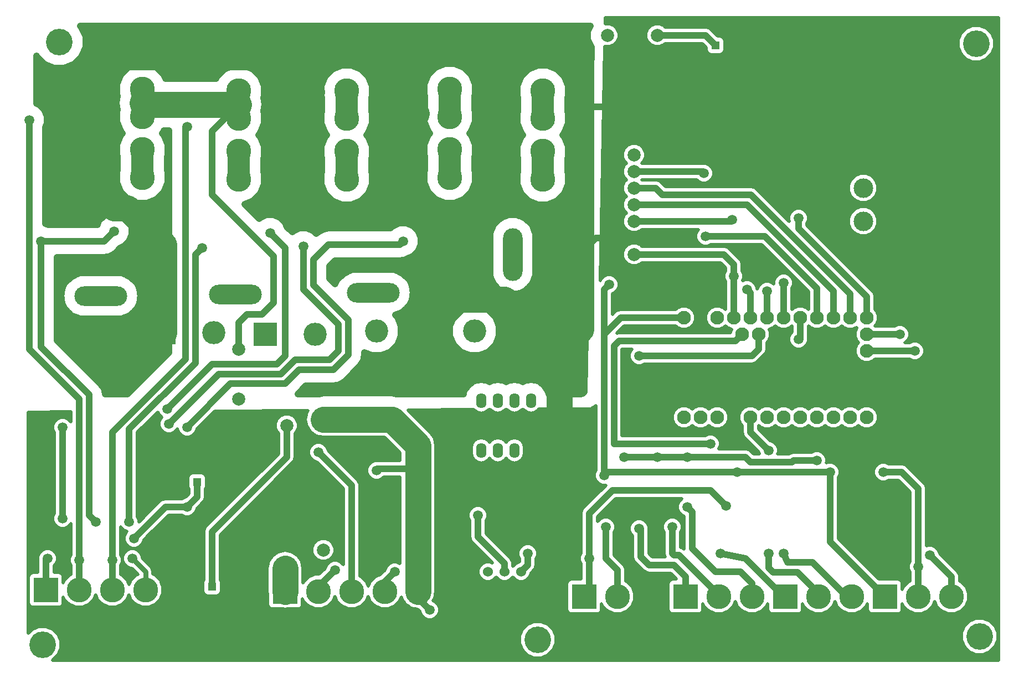
<source format=gbr>
G04 #@! TF.FileFunction,Copper,L2,Bot,Signal*
%FSLAX46Y46*%
G04 Gerber Fmt 4.6, Leading zero omitted, Abs format (unit mm)*
G04 Created by KiCad (PCBNEW 4.0.6) date Saturday, 02 October 2021 'AMt' 11:31:50*
%MOMM*%
%LPD*%
G01*
G04 APERTURE LIST*
%ADD10C,0.100000*%
%ADD11R,3.810000X3.810000*%
%ADD12C,3.810000*%
%ADD13C,1.300000*%
%ADD14R,1.300000X1.300000*%
%ADD15C,1.998980*%
%ADD16O,8.000000X3.000000*%
%ADD17C,3.000000*%
%ADD18O,3.000000X8.000000*%
%ADD19C,1.524000*%
%ADD20O,1.600000X2.300000*%
%ADD21C,3.540760*%
%ADD22R,3.540760X3.540760*%
%ADD23C,2.000000*%
%ADD24C,2.100000*%
%ADD25C,4.064000*%
%ADD26C,3.800000*%
%ADD27R,3.500000X3.000000*%
%ADD28C,1.500000*%
%ADD29C,4.000000*%
%ADD30C,1.000000*%
%ADD31C,2.000000*%
%ADD32C,0.750000*%
%ADD33C,0.500000*%
G04 APERTURE END LIST*
D10*
D11*
X130556000Y8890000D03*
D12*
X135636000Y8890000D03*
X140716000Y8890000D03*
D11*
X115316000Y8890000D03*
D12*
X120396000Y8890000D03*
X125476000Y8890000D03*
D11*
X100076000Y8890000D03*
D12*
X105156000Y8890000D03*
X110236000Y8890000D03*
D11*
X84582000Y8890000D03*
D12*
X89662000Y8890000D03*
X94742000Y8890000D03*
D13*
X25400000Y29916000D03*
D14*
X25400000Y26416000D03*
D13*
X31186000Y10414000D03*
D14*
X27686000Y10414000D03*
D15*
X31496000Y35052000D03*
X39116000Y35052000D03*
D12*
X7366000Y9906000D03*
X12446000Y9906000D03*
D11*
X2286000Y9906000D03*
D12*
X17526000Y9906000D03*
X22606000Y9906000D03*
X43942000Y9652000D03*
X49022000Y9652000D03*
D11*
X38862000Y9652000D03*
D12*
X54102000Y9652000D03*
X59182000Y9652000D03*
X64262000Y9652000D03*
D16*
X31242000Y55118000D03*
D17*
X33782000Y55118000D03*
X28702000Y55118000D03*
D16*
X52324000Y55372000D03*
D17*
X49784000Y55372000D03*
X54864000Y55372000D03*
D18*
X73660000Y61214000D03*
D17*
X73660000Y63754000D03*
X73660000Y58674000D03*
D16*
X10668000Y54864000D03*
D17*
X8128000Y54864000D03*
X13208000Y54864000D03*
D15*
X44704000Y16002000D03*
X44704000Y36002000D03*
D19*
X72390000Y12700000D03*
X69850000Y12700000D03*
X74930000Y12700000D03*
D15*
X31750000Y39116000D03*
X31750000Y46736000D03*
D20*
X68834000Y31242000D03*
X71374000Y31242000D03*
X73914000Y31242000D03*
X76454000Y31242000D03*
X76454000Y38862000D03*
X73914000Y38862000D03*
X71374000Y38862000D03*
X68834000Y38862000D03*
D21*
X27940000Y49276000D03*
D22*
X20320000Y49276000D03*
D21*
X67818000Y49530000D03*
D22*
X75438000Y49530000D03*
D21*
X52832000Y49530000D03*
D22*
X60452000Y49530000D03*
D21*
X43434000Y49022000D03*
D22*
X35814000Y49022000D03*
D13*
X104648000Y89718000D03*
D14*
X104648000Y93218000D03*
D15*
X95758000Y94742000D03*
X88138000Y94742000D03*
D17*
X127254000Y71374000D03*
X127254000Y66294000D03*
D23*
X92202000Y61214000D03*
X92202000Y63754000D03*
X92202000Y66294000D03*
X92202000Y76454000D03*
X92202000Y73914000D03*
X92202000Y71374000D03*
X92202000Y68834000D03*
D24*
X109982000Y51562000D03*
X104902000Y51562000D03*
X104902000Y36322000D03*
X112522000Y36322000D03*
X115062000Y36322000D03*
X117602000Y36322000D03*
X99822000Y51562000D03*
X102362000Y51562000D03*
X107442000Y51562000D03*
X112522000Y51562000D03*
X115062000Y51562000D03*
X117602000Y51562000D03*
X120142000Y51562000D03*
X122682000Y51562000D03*
X125222000Y51562000D03*
X127762000Y51562000D03*
X99822000Y36322000D03*
X102362000Y36322000D03*
X109982000Y36322000D03*
X120142000Y36322000D03*
X122682000Y36322000D03*
X125222000Y36322000D03*
X127762000Y36322000D03*
X127762000Y49022000D03*
X127762000Y46482000D03*
X127762000Y43942000D03*
X108712000Y49022000D03*
X111252000Y49022000D03*
X107442000Y36322000D03*
D25*
X145034000Y2794000D03*
X144526000Y93472000D03*
X4318000Y93726000D03*
X1778000Y1524000D03*
X77470000Y2286000D03*
D16*
X5080000Y88138000D03*
D17*
X2540000Y88138000D03*
X7620000Y88138000D03*
D16*
X24384000Y84328000D03*
D17*
X21844000Y84328000D03*
X26924000Y84328000D03*
D26*
X31750000Y72752000D03*
X31750000Y77002000D03*
X31750000Y82002000D03*
X31750000Y86252000D03*
D27*
X31750000Y84152000D03*
X31750000Y74852000D03*
D26*
X48260000Y72752000D03*
X48260000Y77002000D03*
X48260000Y82002000D03*
X48260000Y86252000D03*
D27*
X48260000Y84152000D03*
X48260000Y74852000D03*
D26*
X17018000Y73006000D03*
X17018000Y77256000D03*
X17018000Y82256000D03*
X17018000Y86506000D03*
D27*
X17018000Y84406000D03*
X17018000Y75106000D03*
D26*
X64008000Y73006000D03*
X64008000Y77256000D03*
X64008000Y82256000D03*
X64008000Y86506000D03*
D27*
X64008000Y84406000D03*
X64008000Y75106000D03*
D26*
X78232000Y86252000D03*
X78232000Y82002000D03*
X78232000Y77002000D03*
X78232000Y72752000D03*
D27*
X78232000Y74852000D03*
X78232000Y84152000D03*
D28*
X107442000Y38608000D03*
X102362000Y49784000D03*
X107950000Y87376000D03*
X90678000Y14986000D03*
X79248000Y52070000D03*
X72898000Y17780000D03*
X21844000Y13208000D03*
D23*
X70866000Y88138000D03*
D28*
X4064000Y82550000D03*
X42926000Y86106000D03*
D23*
X58928000Y82804000D03*
D28*
X85344000Y14732000D03*
X106252000Y22780000D03*
X55626000Y12700000D03*
X15748000Y17780000D03*
X23876000Y22606000D03*
X135636000Y13462000D03*
X130302000Y27940000D03*
X60960000Y6858000D03*
X75946000Y15494000D03*
X59182000Y28194000D03*
X52832000Y28194000D03*
X38862000Y13208000D03*
X23876000Y34798000D03*
X56896000Y63246000D03*
X21082000Y35306000D03*
X41656000Y62484000D03*
X4826000Y20828000D03*
X4826000Y34798000D03*
X26162000Y62230000D03*
X14986000Y20320000D03*
X9906000Y20320000D03*
X1524000Y63246000D03*
X12700000Y64770000D03*
X-254000Y81788000D03*
X7366000Y14478000D03*
X23876000Y80772000D03*
X12446000Y14478000D03*
X20828000Y37592000D03*
X36576000Y64516000D03*
X2540000Y14732000D03*
X15494000Y14732000D03*
X46482000Y12954000D03*
X43942000Y30988000D03*
X68326000Y21336000D03*
X112776000Y15494000D03*
X115062000Y15494000D03*
X132842000Y49022000D03*
X135128000Y46482000D03*
X122174000Y27940000D03*
X88392000Y56642000D03*
X107950000Y27940000D03*
X87630000Y27432000D03*
X87884000Y19558000D03*
X100330000Y22606000D03*
X98044000Y19558000D03*
X92964000Y19304000D03*
X103886000Y32258000D03*
X112776000Y31242000D03*
X120142000Y29718000D03*
X107442000Y57912000D03*
X90678000Y30226000D03*
X95758000Y30226000D03*
X100330000Y30226000D03*
X105410000Y15494000D03*
X137414000Y15240000D03*
X92964000Y45720000D03*
X109474000Y55880000D03*
X112522000Y55626000D03*
X115062000Y56896000D03*
X117348000Y48260000D03*
X107188000Y66548000D03*
X117348000Y66802000D03*
X102870000Y73660000D03*
X103124000Y64008000D03*
D29*
X80772000Y20066000D02*
X80772000Y14732000D01*
X79502000Y9144000D02*
X77978000Y7620000D01*
X79502000Y13462000D02*
X79502000Y9144000D01*
X80772000Y14732000D02*
X79502000Y13462000D01*
X80772000Y29718000D02*
X80772000Y44196000D01*
X80772000Y20066000D02*
X80772000Y29718000D01*
D30*
X102362000Y51562000D02*
X102362000Y49784000D01*
X107442000Y38608000D02*
X107442000Y36322000D01*
X104648000Y89718000D02*
X105608000Y89718000D01*
X105608000Y89718000D02*
X107950000Y87376000D01*
X92202000Y63754000D02*
X86360000Y63754000D01*
X86360000Y63754000D02*
X84074000Y61468000D01*
X104648000Y89718000D02*
X104648000Y89662000D01*
X104648000Y89662000D02*
X98806000Y83820000D01*
X98806000Y83820000D02*
X84074000Y83820000D01*
X94742000Y8890000D02*
X94742000Y7366000D01*
X137160000Y34544000D02*
X127762000Y43942000D01*
X137160000Y27686000D02*
X137160000Y34544000D01*
X144272000Y20574000D02*
X137160000Y27686000D01*
X144272000Y7620000D02*
X144272000Y20574000D01*
X140716000Y4064000D02*
X144272000Y7620000D01*
X98044000Y4064000D02*
X140716000Y4064000D01*
X94742000Y7366000D02*
X98044000Y4064000D01*
X127762000Y43942000D02*
X112014000Y43942000D01*
X107442000Y39370000D02*
X107442000Y36322000D01*
X112014000Y43942000D02*
X107442000Y39370000D01*
X94742000Y8890000D02*
X94742000Y7620000D01*
X94742000Y7620000D02*
X90932000Y3810000D01*
X90932000Y3810000D02*
X81788000Y3810000D01*
X81788000Y3810000D02*
X77978000Y7620000D01*
X94742000Y8890000D02*
X94742000Y10922000D01*
X94742000Y10922000D02*
X90678000Y14986000D01*
D29*
X75438000Y49530000D02*
X83820000Y49530000D01*
X82550000Y92456000D02*
X69088000Y92456000D01*
X84074000Y90932000D02*
X82550000Y92456000D01*
X84074000Y49784000D02*
X84074000Y61468000D01*
X84074000Y61468000D02*
X84074000Y83820000D01*
X84074000Y83820000D02*
X84074000Y90932000D01*
X83820000Y49530000D02*
X84074000Y49784000D01*
X80772000Y44196000D02*
X75438000Y49530000D01*
D30*
X79248000Y52070000D02*
X76708000Y49530000D01*
X76708000Y49530000D02*
X75438000Y49530000D01*
X75184000Y20066000D02*
X80772000Y20066000D01*
X72898000Y17780000D02*
X75184000Y20066000D01*
X80772000Y29718000D02*
X77978000Y29718000D01*
D29*
X66548000Y7620000D02*
X77978000Y7620000D01*
X64516000Y9652000D02*
X66548000Y7620000D01*
X77978000Y7620000D02*
X78486000Y7620000D01*
D30*
X77978000Y29718000D02*
X76454000Y31242000D01*
D29*
X64262000Y9652000D02*
X64516000Y9652000D01*
D30*
X25400000Y29916000D02*
X25400000Y30480000D01*
X25400000Y30480000D02*
X29972000Y35052000D01*
X29972000Y35052000D02*
X31496000Y35052000D01*
D29*
X31186000Y10414000D02*
X31186000Y8184000D01*
X31186000Y8184000D02*
X35814000Y3556000D01*
X64262000Y4318000D02*
X64262000Y9652000D01*
X63500000Y3556000D02*
X64262000Y4318000D01*
X35814000Y3556000D02*
X63500000Y3556000D01*
X22606000Y9906000D02*
X22606000Y6350000D01*
X31186000Y6294000D02*
X31186000Y10414000D01*
X30226000Y5334000D02*
X31186000Y6294000D01*
X23622000Y5334000D02*
X30226000Y5334000D01*
X22606000Y6350000D02*
X23622000Y5334000D01*
D30*
X31186000Y8184000D02*
X34544000Y4826000D01*
X34544000Y4826000D02*
X62484000Y4826000D01*
X62484000Y4826000D02*
X64262000Y6604000D01*
X64262000Y6604000D02*
X64262000Y9652000D01*
X22606000Y9906000D02*
X22606000Y12446000D01*
X22606000Y12446000D02*
X21844000Y13208000D01*
D31*
X22606000Y9906000D02*
X22606000Y8128000D01*
X22606000Y8128000D02*
X23622000Y7112000D01*
D29*
X20320000Y49276000D02*
X20320000Y62738000D01*
X4064000Y76962000D02*
X4064000Y82550000D01*
X12700000Y68326000D02*
X4064000Y76962000D01*
X14732000Y68326000D02*
X12700000Y68326000D01*
X20320000Y62738000D02*
X14732000Y68326000D01*
X57658000Y81534000D02*
X58928000Y82804000D01*
X75438000Y49530000D02*
X75438000Y51308000D01*
X75438000Y51308000D02*
X72390000Y54356000D01*
X72390000Y54356000D02*
X65278000Y54356000D01*
X65278000Y54356000D02*
X60452000Y49530000D01*
X70866000Y90678000D02*
X69088000Y92456000D01*
X70866000Y88138000D02*
X70866000Y90678000D01*
X69088000Y92456000D02*
X57658000Y92456000D01*
X55626000Y89916000D02*
X55626000Y90424000D01*
X57658000Y92456000D02*
X55626000Y90424000D01*
X38862000Y91440000D02*
X39624000Y90678000D01*
X12954000Y91440000D02*
X38862000Y91440000D01*
X4064000Y82550000D02*
X12954000Y91440000D01*
X55626000Y89916000D02*
X55626000Y90170000D01*
X42926000Y86106000D02*
X39624000Y86614000D01*
X39624000Y86614000D02*
X39624000Y90678000D01*
X41148000Y92202000D02*
X39624000Y90678000D01*
X53594000Y92202000D02*
X41148000Y92202000D01*
X55626000Y90170000D02*
X53594000Y92202000D01*
X58928000Y82804000D02*
X55626000Y86106000D01*
X55626000Y86106000D02*
X55626000Y89916000D01*
D30*
X103886000Y25146000D02*
X106252000Y22780000D01*
X103886000Y25146000D02*
X88900000Y25146000D01*
X88900000Y25146000D02*
X85344000Y21590000D01*
X85344000Y14732000D02*
X85344000Y21590000D01*
X85344000Y9652000D02*
X85344000Y14732000D01*
X85344000Y9652000D02*
X84582000Y8890000D01*
X55626000Y12700000D02*
X54102000Y11176000D01*
X54102000Y9652000D02*
X54102000Y11176000D01*
X23876000Y22606000D02*
X20574000Y22606000D01*
X17018000Y19050000D02*
X15748000Y17780000D01*
X20574000Y22606000D02*
X17018000Y19050000D01*
X25400000Y24130000D02*
X25400000Y26416000D01*
X23876000Y22606000D02*
X25400000Y24130000D01*
X39116000Y35052000D02*
X39116000Y30226000D01*
X27686000Y18796000D02*
X27686000Y10414000D01*
X39116000Y30226000D02*
X27686000Y18796000D01*
X135636000Y11684000D02*
X135636000Y13462000D01*
X135636000Y8890000D02*
X135636000Y11684000D01*
X135636000Y13462000D02*
X135636000Y25400000D01*
X135636000Y25400000D02*
X133096000Y27940000D01*
X133096000Y27940000D02*
X130302000Y27940000D01*
X59182000Y9652000D02*
X59182000Y8636000D01*
X59182000Y8636000D02*
X60960000Y6858000D01*
X75946000Y15494000D02*
X75946000Y13716000D01*
X75946000Y13716000D02*
X74930000Y12700000D01*
X59182000Y28194000D02*
X59182000Y28448000D01*
X52832000Y28194000D02*
X53086000Y28448000D01*
X53086000Y28448000D02*
X59182000Y28448000D01*
D29*
X59182000Y32004000D02*
X59182000Y28448000D01*
X59182000Y28448000D02*
X59182000Y9652000D01*
X55052000Y36002000D02*
X55184000Y36002000D01*
X55184000Y36002000D02*
X59182000Y32004000D01*
X44704000Y36002000D02*
X55052000Y36002000D01*
X38862000Y9652000D02*
X38862000Y13208000D01*
D30*
X55118000Y62738000D02*
X56388000Y62738000D01*
X45466000Y62738000D02*
X55118000Y62738000D01*
X43156002Y60428002D02*
X45466000Y62738000D01*
X43156002Y56501322D02*
X43156002Y60428002D01*
X48490002Y51167322D02*
X43156002Y56501322D01*
X48490002Y45860678D02*
X48490002Y51167322D01*
X46228000Y43598676D02*
X48490002Y45860678D01*
X40983324Y43598676D02*
X46228000Y43598676D01*
X38834644Y41449996D02*
X40983324Y43598676D01*
X30527996Y41449996D02*
X38834644Y41449996D01*
X23876000Y34798000D02*
X30527996Y41449996D01*
X56388000Y62738000D02*
X56896000Y63246000D01*
X41656000Y55880000D02*
X41656000Y62484000D01*
X43180000Y54356000D02*
X41656000Y55880000D01*
X46990000Y50546000D02*
X43180000Y54356000D01*
X46990000Y46482000D02*
X46990000Y50546000D01*
X45606678Y45098678D02*
X46990000Y46482000D01*
X40362002Y45098678D02*
X45606678Y45098678D01*
X38213322Y42949998D02*
X40362002Y45098678D01*
X28725998Y42949998D02*
X38213322Y42949998D01*
X28725998Y42949998D02*
X21082000Y35306000D01*
X4826000Y20828000D02*
X4826000Y34798000D01*
X25122002Y61190002D02*
X26162000Y62230000D01*
X25122002Y44590678D02*
X25122002Y61190002D01*
X15030662Y34499338D02*
X25122002Y44590678D01*
X15030662Y20364662D02*
X15030662Y34499338D01*
X14986000Y20320000D02*
X15030662Y20364662D01*
X1524000Y63246000D02*
X1524000Y47079324D01*
X8866002Y21359998D02*
X9906000Y20320000D01*
X8866002Y39737322D02*
X8866002Y21359998D01*
X1524000Y47079324D02*
X8866002Y39737322D01*
X11176000Y63246000D02*
X1524000Y63246000D01*
X12700000Y64770000D02*
X11176000Y63246000D01*
X31750000Y46736000D02*
X31750000Y50800000D01*
X27686000Y80088000D02*
X31750000Y84152000D01*
X27686000Y70358000D02*
X27686000Y80088000D01*
X37084000Y60960000D02*
X27686000Y70358000D01*
X37084000Y53848000D02*
X37084000Y60960000D01*
X35306000Y52070000D02*
X37084000Y53848000D01*
X33020000Y52070000D02*
X35306000Y52070000D01*
X31750000Y50800000D02*
X33020000Y52070000D01*
D29*
X31750000Y84152000D02*
X17272000Y84152000D01*
X17272000Y84152000D02*
X17018000Y84406000D01*
D30*
X7366000Y14478000D02*
X7366000Y39116000D01*
X-254000Y46736000D02*
X-254000Y81788000D01*
X7366000Y39116000D02*
X-254000Y46736000D01*
X7366000Y14478000D02*
X7366000Y9906000D01*
X12446000Y14478000D02*
X12446000Y34036000D01*
X23622000Y80518000D02*
X23876000Y80772000D01*
X23622000Y45212000D02*
X23622000Y80518000D01*
X12446000Y34036000D02*
X23622000Y45212000D01*
X12446000Y9906000D02*
X12446000Y14478000D01*
X20828000Y37592000D02*
X27686000Y44450000D01*
X27686000Y44450000D02*
X28702000Y44450000D01*
X38862000Y62230000D02*
X36576000Y64516000D01*
X38862000Y45720000D02*
X38862000Y62230000D01*
X37592000Y44450000D02*
X38862000Y45720000D01*
X28702000Y44450000D02*
X37592000Y44450000D01*
X2286000Y14478000D02*
X2286000Y9906000D01*
X2540000Y14732000D02*
X2286000Y14478000D01*
D32*
X17526000Y12700000D02*
X15494000Y14732000D01*
X17526000Y9906000D02*
X17526000Y12700000D01*
D30*
X43942000Y9652000D02*
X43942000Y10414000D01*
X43942000Y10414000D02*
X46482000Y12954000D01*
X49022000Y25908000D02*
X49022000Y9652000D01*
X43942000Y30988000D02*
X49022000Y25908000D01*
X72390000Y12700000D02*
X72390000Y13970000D01*
X68326000Y18034000D02*
X68326000Y21336000D01*
X72390000Y13970000D02*
X68326000Y18034000D01*
X120396000Y8890000D02*
X120396000Y9398000D01*
X120396000Y9398000D02*
X117176338Y12617662D01*
X117176338Y12617662D02*
X113455662Y12617662D01*
X113455662Y12617662D02*
X112776000Y13297324D01*
X112776000Y13297324D02*
X112776000Y15494000D01*
X120396000Y8890000D02*
X120396000Y9398000D01*
X125476000Y8890000D02*
X124714000Y8890000D01*
X124714000Y8890000D02*
X119486336Y14117664D01*
X119486336Y14117664D02*
X115676336Y14117664D01*
X115676336Y14117664D02*
X115062000Y15494000D01*
X132842000Y49022000D02*
X127762000Y49022000D01*
X135128000Y46482000D02*
X127762000Y46482000D01*
X95758000Y94742000D02*
X103124000Y94742000D01*
X103124000Y94742000D02*
X104648000Y93218000D01*
X122174000Y27940000D02*
X122174000Y17272000D01*
X122174000Y17272000D02*
X130556000Y8890000D01*
X87630000Y49022000D02*
X87630000Y55880000D01*
X87630000Y55880000D02*
X88392000Y56642000D01*
X87630000Y27432000D02*
X87630000Y49022000D01*
X90170000Y51562000D02*
X99822000Y51562000D01*
X87630000Y49022000D02*
X90170000Y51562000D01*
X107950000Y27940000D02*
X122174000Y27940000D01*
X122174000Y27940000D02*
X122428000Y27940000D01*
X88138000Y27940000D02*
X107950000Y27940000D01*
X87630000Y27432000D02*
X88138000Y27940000D01*
X89662000Y8890000D02*
X89662000Y12954000D01*
X87884000Y14732000D02*
X87884000Y19558000D01*
X89662000Y12954000D02*
X87884000Y14732000D01*
X101092000Y18796000D02*
X101092000Y21844000D01*
X110236000Y10922000D02*
X108458000Y12700000D01*
X108458000Y12700000D02*
X104648000Y12700000D01*
X104648000Y12700000D02*
X101092000Y16256000D01*
X101092000Y16256000D02*
X101092000Y18796000D01*
X110236000Y8890000D02*
X110236000Y10922000D01*
X101092000Y21844000D02*
X100330000Y22606000D01*
X105156000Y8890000D02*
X105156000Y9144000D01*
X105156000Y9144000D02*
X99083998Y15216002D01*
X99083998Y15216002D02*
X98321998Y15216002D01*
X98321998Y15216002D02*
X98044000Y15494000D01*
X98044000Y15494000D02*
X98044000Y19558000D01*
X92964000Y19304000D02*
X93218000Y19050000D01*
X93218000Y19050000D02*
X93218000Y14986000D01*
X93218000Y14986000D02*
X94488000Y13716000D01*
X94488000Y13716000D02*
X98298000Y13716000D01*
X98298000Y13716000D02*
X100076000Y11938000D01*
X100076000Y11938000D02*
X100076000Y8890000D01*
X103886000Y32258000D02*
X89154000Y32258000D01*
X89154000Y32258000D02*
X89130002Y32281998D01*
X89130002Y32281998D02*
X89130002Y47220002D01*
X89130002Y47220002D02*
X89916000Y48006000D01*
X89916000Y48006000D02*
X107696000Y48006000D01*
X107696000Y48006000D02*
X108712000Y49022000D01*
X109982000Y34036000D02*
X109982000Y36322000D01*
X112776000Y31242000D02*
X109982000Y34036000D01*
X120142000Y29718000D02*
X116609998Y29718000D01*
X109220000Y30226000D02*
X100330000Y30226000D01*
X110005998Y29440002D02*
X109220000Y30226000D01*
X116332000Y29440002D02*
X110005998Y29440002D01*
X116609998Y29718000D02*
X116332000Y29440002D01*
X107442000Y57912000D02*
X107442000Y59690000D01*
X105918000Y61214000D02*
X92202000Y61214000D01*
X107442000Y59690000D02*
X105918000Y61214000D01*
X107442000Y57912000D02*
X107442000Y51562000D01*
X95758000Y30226000D02*
X90678000Y30226000D01*
X100330000Y30226000D02*
X95758000Y30226000D01*
X115316000Y8890000D02*
X115062000Y8890000D01*
X115062000Y8890000D02*
X109220000Y14732000D01*
X109220000Y14732000D02*
X105410000Y15494000D01*
X140716000Y11938000D02*
X140716000Y8890000D01*
X137414000Y15240000D02*
X140716000Y11938000D01*
X111252000Y46736000D02*
X111252000Y49022000D01*
X110236000Y45720000D02*
X111252000Y46736000D01*
X92964000Y45720000D02*
X110236000Y45720000D01*
X109982000Y55372000D02*
X109982000Y51562000D01*
X109474000Y55880000D02*
X109982000Y55372000D01*
X112522000Y55626000D02*
X112522000Y51562000D01*
X115062000Y56896000D02*
X115062000Y51562000D01*
X117602000Y48514000D02*
X117602000Y51562000D01*
X117348000Y48260000D02*
X117602000Y48514000D01*
X127762000Y51562000D02*
X127762000Y54788648D01*
X106934000Y66294000D02*
X92202000Y66294000D01*
X107188000Y66548000D02*
X106934000Y66294000D01*
X117348000Y65202648D02*
X117348000Y66802000D01*
X127762000Y54788648D02*
X117348000Y65202648D01*
X120142000Y51562000D02*
X120142000Y56044676D01*
X102616000Y73914000D02*
X92202000Y73914000D01*
X102870000Y73660000D02*
X102616000Y73914000D01*
X112178676Y64008000D02*
X103124000Y64008000D01*
X120142000Y56044676D02*
X112178676Y64008000D01*
X125222000Y51562000D02*
X125222000Y55207324D01*
X95504000Y71374000D02*
X92202000Y71374000D01*
X96543998Y70334002D02*
X95504000Y71374000D01*
X110095322Y70334002D02*
X96543998Y70334002D01*
X125222000Y55207324D02*
X110095322Y70334002D01*
X122682000Y51562000D02*
X122682000Y55626000D01*
X109474000Y68834000D02*
X92202000Y68834000D01*
X122682000Y55626000D02*
X109474000Y68834000D01*
G36*
X85139032Y95341253D02*
X85137991Y94147982D01*
X85593674Y93045145D01*
X85729027Y92909556D01*
X84611970Y40407926D01*
X84561136Y40175099D01*
X84454157Y40019513D01*
X84296333Y39915870D01*
X84062478Y39870000D01*
X79135391Y39870000D01*
X79040863Y40345226D01*
X78433899Y41253611D01*
X77525514Y41860575D01*
X76454000Y42073712D01*
X75382486Y41860575D01*
X75184000Y41727951D01*
X74985514Y41860575D01*
X73914000Y42073712D01*
X72842486Y41860575D01*
X72644000Y41727951D01*
X72445514Y41860575D01*
X71374000Y42073712D01*
X70302486Y41860575D01*
X70104000Y41727951D01*
X69905514Y41860575D01*
X68834000Y42073712D01*
X67762486Y41860575D01*
X66854101Y41253611D01*
X66247137Y40345226D01*
X66152609Y39870000D01*
X55847609Y39870000D01*
X55184000Y40002000D01*
X44704000Y40002000D01*
X44040391Y39870000D01*
X40790182Y39870000D01*
X42018858Y41098676D01*
X46228000Y41098676D01*
X47184709Y41288977D01*
X47995767Y41830909D01*
X50257769Y44092911D01*
X50799701Y44903969D01*
X50990002Y45860678D01*
X50990002Y46212357D01*
X52078735Y45760276D01*
X53578685Y45758967D01*
X54964958Y46331764D01*
X56026509Y47391463D01*
X56601724Y48776735D01*
X56601729Y48783315D01*
X64046967Y48783315D01*
X64619764Y47397042D01*
X65679463Y46335491D01*
X67064735Y45760276D01*
X68564685Y45758967D01*
X69950958Y46331764D01*
X71012509Y47391463D01*
X71587724Y48776735D01*
X71589033Y50276685D01*
X71016236Y51662958D01*
X69956537Y52724509D01*
X68571265Y53299724D01*
X67071315Y53301033D01*
X65685042Y52728236D01*
X64623491Y51668537D01*
X64048276Y50283265D01*
X64046967Y48783315D01*
X56601729Y48783315D01*
X56603033Y50276685D01*
X56030236Y51662958D01*
X55744771Y51948922D01*
X56131415Y52108680D01*
X56280939Y52138422D01*
X56406592Y52222380D01*
X56844001Y52403114D01*
X57181900Y52740424D01*
X57416421Y52897126D01*
X57571755Y53129600D01*
X57829425Y53386821D01*
X57970278Y53726033D01*
X58175125Y54032608D01*
X58246429Y54391078D01*
X58363391Y54672753D01*
X58363659Y54980434D01*
X58441547Y55372000D01*
X58364340Y55760146D01*
X58364606Y56065139D01*
X58247109Y56349503D01*
X58175125Y56711392D01*
X57971923Y57015506D01*
X57832886Y57352001D01*
X57573396Y57611944D01*
X57416421Y57846874D01*
X57183541Y58002479D01*
X56849179Y58337425D01*
X56408237Y58520520D01*
X56280939Y58605578D01*
X56132093Y58635185D01*
X55563247Y58871391D01*
X54941883Y58871933D01*
X54941547Y58872000D01*
X54865335Y58872000D01*
X54170861Y58872606D01*
X54169394Y58872000D01*
X49785335Y58872000D01*
X49090861Y58872606D01*
X48516585Y58635320D01*
X48367061Y58605578D01*
X48241408Y58521620D01*
X47803999Y58340886D01*
X47466100Y58003576D01*
X47231579Y57846874D01*
X47076245Y57614400D01*
X46818575Y57357179D01*
X46677722Y57017967D01*
X46476316Y56716542D01*
X45656002Y57536856D01*
X45656002Y59392468D01*
X46501534Y60238000D01*
X56388000Y60238000D01*
X57344709Y60428301D01*
X57452938Y60500617D01*
X58451715Y60913304D01*
X59225977Y61686216D01*
X59645522Y62696591D01*
X59645839Y63060861D01*
X70159394Y63060861D01*
X70160000Y63059394D01*
X70160000Y58675335D01*
X70159394Y57980861D01*
X70396680Y57406585D01*
X70426422Y57257061D01*
X70510380Y57131408D01*
X70691114Y56693999D01*
X71028424Y56356100D01*
X71185126Y56121579D01*
X71417600Y55966245D01*
X71674821Y55708575D01*
X72014033Y55567722D01*
X72320608Y55362875D01*
X72679078Y55291571D01*
X72960753Y55174609D01*
X73268434Y55174341D01*
X73660000Y55096453D01*
X74048146Y55173660D01*
X74353139Y55173394D01*
X74637503Y55290891D01*
X74999392Y55362875D01*
X75303506Y55566077D01*
X75640001Y55705114D01*
X75899944Y55964604D01*
X76134874Y56121579D01*
X76290479Y56354459D01*
X76625425Y56688821D01*
X76808520Y57129763D01*
X76893578Y57257061D01*
X76923185Y57405907D01*
X77159391Y57974753D01*
X77159933Y58596117D01*
X77160000Y58596453D01*
X77160000Y58672665D01*
X77160606Y59367139D01*
X77160000Y59368606D01*
X77160000Y63752665D01*
X77160606Y64447139D01*
X76923320Y65021415D01*
X76893578Y65170939D01*
X76809620Y65296592D01*
X76628886Y65734001D01*
X76291576Y66071900D01*
X76134874Y66306421D01*
X75902400Y66461755D01*
X75645179Y66719425D01*
X75305967Y66860278D01*
X74999392Y67065125D01*
X74640922Y67136429D01*
X74359247Y67253391D01*
X74051566Y67253659D01*
X73660000Y67331547D01*
X73271854Y67254340D01*
X72966861Y67254606D01*
X72682497Y67137109D01*
X72320608Y67065125D01*
X72016494Y66861923D01*
X71679999Y66722886D01*
X71420056Y66463396D01*
X71185126Y66306421D01*
X71029521Y66073541D01*
X70694575Y65739179D01*
X70511480Y65298237D01*
X70426422Y65170939D01*
X70396815Y65022093D01*
X70160609Y64453247D01*
X70160067Y63831883D01*
X70160000Y63831547D01*
X70160000Y63755335D01*
X70159394Y63060861D01*
X59645839Y63060861D01*
X59646477Y63790609D01*
X59228696Y64801715D01*
X58455784Y65575977D01*
X57445409Y65995522D01*
X56351391Y65996477D01*
X55340285Y65578696D01*
X54998994Y65238000D01*
X45466000Y65238000D01*
X44509292Y65047700D01*
X43698233Y64505767D01*
X43610769Y64418303D01*
X43215784Y64813977D01*
X42205409Y65233522D01*
X41111391Y65234477D01*
X40100285Y64816696D01*
X39955435Y64672099D01*
X39157169Y65470365D01*
X38908696Y66071715D01*
X38135784Y66845977D01*
X37125409Y67265522D01*
X36031391Y67266477D01*
X35020285Y66848696D01*
X34875435Y66704099D01*
X32668022Y68911512D01*
X33956287Y69443813D01*
X35054332Y70539943D01*
X35649322Y71972839D01*
X35650676Y73524355D01*
X35539182Y73794191D01*
X35539182Y75957592D01*
X35649322Y76222839D01*
X35650676Y77774355D01*
X35058187Y79208287D01*
X34765435Y79501550D01*
X35054332Y79789943D01*
X35649322Y81222839D01*
X35650676Y82774355D01*
X35539182Y83044191D01*
X35539182Y83092147D01*
X35750000Y84152000D01*
X35539755Y85208972D01*
X35649322Y85472839D01*
X35649327Y85479645D01*
X44359324Y85479645D01*
X44470818Y85209809D01*
X44470818Y83046408D01*
X44360678Y82781161D01*
X44359324Y81229645D01*
X44951813Y79795713D01*
X45244565Y79502450D01*
X44955668Y79214057D01*
X44360678Y77781161D01*
X44359324Y76229645D01*
X44470818Y75959809D01*
X44470818Y73796408D01*
X44360678Y73531161D01*
X44359324Y71979645D01*
X44951813Y70545713D01*
X46047943Y69447668D01*
X47480839Y68852678D01*
X49032355Y68851324D01*
X50466287Y69443813D01*
X51564332Y70539943D01*
X52159322Y71972839D01*
X52160676Y73524355D01*
X52049182Y73794191D01*
X52049182Y75957592D01*
X52159322Y76222839D01*
X52160676Y77774355D01*
X51568187Y79208287D01*
X51275435Y79501550D01*
X51564332Y79789943D01*
X52159322Y81222839D01*
X52160676Y82774355D01*
X52049182Y83044191D01*
X52049182Y85207592D01*
X52159322Y85472839D01*
X52159549Y85733645D01*
X60107324Y85733645D01*
X60218818Y85463809D01*
X60218818Y83300408D01*
X60108678Y83035161D01*
X60107324Y81483645D01*
X60699813Y80049713D01*
X60992565Y79756450D01*
X60703668Y79468057D01*
X60108678Y78035161D01*
X60107324Y76483645D01*
X60218818Y76213809D01*
X60218818Y74050408D01*
X60108678Y73785161D01*
X60107324Y72233645D01*
X60699813Y70799713D01*
X61795943Y69701668D01*
X63228839Y69106678D01*
X64780355Y69105324D01*
X66214287Y69697813D01*
X67312332Y70793943D01*
X67907322Y72226839D01*
X67908676Y73778355D01*
X67797182Y74048191D01*
X67797182Y76211592D01*
X67907322Y76476839D01*
X67908676Y78028355D01*
X67316187Y79462287D01*
X67023435Y79755550D01*
X67312332Y80043943D01*
X67907322Y81476839D01*
X67908676Y83028355D01*
X67797182Y83298191D01*
X67797182Y85461592D01*
X67804678Y85479645D01*
X74331324Y85479645D01*
X74442818Y85209809D01*
X74442818Y83046408D01*
X74332678Y82781161D01*
X74331324Y81229645D01*
X74923813Y79795713D01*
X75216565Y79502450D01*
X74927668Y79214057D01*
X74332678Y77781161D01*
X74331324Y76229645D01*
X74442818Y75959809D01*
X74442818Y73796408D01*
X74332678Y73531161D01*
X74331324Y71979645D01*
X74923813Y70545713D01*
X76019943Y69447668D01*
X77452839Y68852678D01*
X79004355Y68851324D01*
X80438287Y69443813D01*
X81536332Y70539943D01*
X82131322Y71972839D01*
X82132676Y73524355D01*
X82021182Y73794191D01*
X82021182Y75957592D01*
X82131322Y76222839D01*
X82132676Y77774355D01*
X81540187Y79208287D01*
X81247435Y79501550D01*
X81536332Y79789943D01*
X82131322Y81222839D01*
X82132676Y82774355D01*
X82021182Y83044191D01*
X82021182Y85207592D01*
X82131322Y85472839D01*
X82132676Y87024355D01*
X81540187Y88458287D01*
X80444057Y89556332D01*
X79011161Y90151322D01*
X77459645Y90152676D01*
X76025713Y89560187D01*
X74927668Y88464057D01*
X74332678Y87031161D01*
X74331324Y85479645D01*
X67804678Y85479645D01*
X67907322Y85726839D01*
X67908676Y87278355D01*
X67316187Y88712287D01*
X66220057Y89810332D01*
X64787161Y90405322D01*
X63235645Y90406676D01*
X61801713Y89814187D01*
X60703668Y88718057D01*
X60108678Y87285161D01*
X60107324Y85733645D01*
X52159549Y85733645D01*
X52160676Y87024355D01*
X51568187Y88458287D01*
X50472057Y89556332D01*
X49039161Y90151322D01*
X47487645Y90152676D01*
X46053713Y89560187D01*
X44955668Y88464057D01*
X44360678Y87031161D01*
X44359324Y85479645D01*
X35649327Y85479645D01*
X35650676Y87024355D01*
X35058187Y88458287D01*
X33962057Y89556332D01*
X32529161Y90151322D01*
X30977645Y90152676D01*
X29543713Y89560187D01*
X28445668Y88464057D01*
X28316091Y88152000D01*
X20557693Y88152000D01*
X20326187Y88712287D01*
X19230057Y89810332D01*
X17797161Y90405322D01*
X16245645Y90406676D01*
X14811713Y89814187D01*
X13713668Y88718057D01*
X13118678Y87285161D01*
X13117324Y85733645D01*
X13228544Y85464473D01*
X13018000Y84406000D01*
X13228818Y83346147D01*
X13228818Y83300408D01*
X13118678Y83035161D01*
X13117324Y81483645D01*
X13709813Y80049713D01*
X14002565Y79756450D01*
X13713668Y79468057D01*
X13118678Y78035161D01*
X13117324Y76483645D01*
X13228818Y76213809D01*
X13228818Y74050408D01*
X13118678Y73785161D01*
X13117324Y72233645D01*
X13709813Y70799713D01*
X14805943Y69701668D01*
X16238839Y69106678D01*
X17790355Y69105324D01*
X19224287Y69697813D01*
X20322332Y70793943D01*
X20917322Y72226839D01*
X20918676Y73778355D01*
X20807182Y74048191D01*
X20807182Y76211592D01*
X20917322Y76476839D01*
X20918676Y78028355D01*
X20326187Y79462287D01*
X20033435Y79755550D01*
X20322332Y80043943D01*
X20367201Y80152000D01*
X21122000Y80152000D01*
X21122000Y46247534D01*
X14744466Y39870000D01*
X11339611Y39870000D01*
X11175701Y40694031D01*
X10633769Y41505089D01*
X4024000Y48114858D01*
X4024000Y54864000D01*
X4550453Y54864000D01*
X4627660Y54475854D01*
X4627394Y54170861D01*
X4744891Y53886497D01*
X4816875Y53524608D01*
X5020077Y53220494D01*
X5159114Y52883999D01*
X5418604Y52624056D01*
X5575579Y52389126D01*
X5808459Y52233521D01*
X6142821Y51898575D01*
X6583763Y51715480D01*
X6711061Y51630422D01*
X6859907Y51600815D01*
X7428753Y51364609D01*
X8050117Y51364067D01*
X8050453Y51364000D01*
X8126665Y51364000D01*
X8821139Y51363394D01*
X8822606Y51364000D01*
X13206665Y51364000D01*
X13901139Y51363394D01*
X14475415Y51600680D01*
X14624939Y51630422D01*
X14750592Y51714380D01*
X15188001Y51895114D01*
X15525900Y52232424D01*
X15760421Y52389126D01*
X15915755Y52621600D01*
X16173425Y52878821D01*
X16314278Y53218033D01*
X16519125Y53524608D01*
X16590429Y53883078D01*
X16707391Y54164753D01*
X16707659Y54472434D01*
X16785547Y54864000D01*
X16708340Y55252146D01*
X16708606Y55557139D01*
X16591109Y55841503D01*
X16519125Y56203392D01*
X16315923Y56507506D01*
X16176886Y56844001D01*
X15917396Y57103944D01*
X15760421Y57338874D01*
X15527541Y57494479D01*
X15193179Y57829425D01*
X14752237Y58012520D01*
X14624939Y58097578D01*
X14476093Y58127185D01*
X13907247Y58363391D01*
X13285883Y58363933D01*
X13285547Y58364000D01*
X13209335Y58364000D01*
X12514861Y58364606D01*
X12513394Y58364000D01*
X8129335Y58364000D01*
X7434861Y58364606D01*
X6860585Y58127320D01*
X6711061Y58097578D01*
X6585408Y58013620D01*
X6147999Y57832886D01*
X5810100Y57495576D01*
X5575579Y57338874D01*
X5420245Y57106400D01*
X5162575Y56849179D01*
X5021722Y56509967D01*
X4816875Y56203392D01*
X4745571Y55844922D01*
X4628609Y55563247D01*
X4628341Y55255566D01*
X4550453Y54864000D01*
X4024000Y54864000D01*
X4024000Y60746000D01*
X11176000Y60746000D01*
X12132709Y60936301D01*
X12943767Y61478233D01*
X13654365Y62188831D01*
X14255715Y62437304D01*
X15029977Y63210216D01*
X15449522Y64220591D01*
X15450477Y65314609D01*
X15032696Y66325715D01*
X14259784Y67099977D01*
X13249409Y67519522D01*
X12155391Y67520477D01*
X11144285Y67102696D01*
X10370023Y66329784D01*
X10127614Y65746000D01*
X2674324Y65746000D01*
X2246000Y65923856D01*
X2246000Y80637676D01*
X2495522Y81238591D01*
X2496477Y82332609D01*
X2078696Y83343715D01*
X1305784Y84117977D01*
X830000Y84315540D01*
X830000Y91609232D01*
X897843Y91445039D01*
X2031073Y90309829D01*
X3512467Y89694701D01*
X5116496Y89693301D01*
X6598961Y90305843D01*
X7734171Y91439073D01*
X8349299Y92920467D01*
X8350699Y94524496D01*
X7738157Y96006961D01*
X7547451Y96198000D01*
X85494784Y96198000D01*
X85139032Y95341253D01*
X85139032Y95341253D01*
G37*
X85139032Y95341253D02*
X85137991Y94147982D01*
X85593674Y93045145D01*
X85729027Y92909556D01*
X84611970Y40407926D01*
X84561136Y40175099D01*
X84454157Y40019513D01*
X84296333Y39915870D01*
X84062478Y39870000D01*
X79135391Y39870000D01*
X79040863Y40345226D01*
X78433899Y41253611D01*
X77525514Y41860575D01*
X76454000Y42073712D01*
X75382486Y41860575D01*
X75184000Y41727951D01*
X74985514Y41860575D01*
X73914000Y42073712D01*
X72842486Y41860575D01*
X72644000Y41727951D01*
X72445514Y41860575D01*
X71374000Y42073712D01*
X70302486Y41860575D01*
X70104000Y41727951D01*
X69905514Y41860575D01*
X68834000Y42073712D01*
X67762486Y41860575D01*
X66854101Y41253611D01*
X66247137Y40345226D01*
X66152609Y39870000D01*
X55847609Y39870000D01*
X55184000Y40002000D01*
X44704000Y40002000D01*
X44040391Y39870000D01*
X40790182Y39870000D01*
X42018858Y41098676D01*
X46228000Y41098676D01*
X47184709Y41288977D01*
X47995767Y41830909D01*
X50257769Y44092911D01*
X50799701Y44903969D01*
X50990002Y45860678D01*
X50990002Y46212357D01*
X52078735Y45760276D01*
X53578685Y45758967D01*
X54964958Y46331764D01*
X56026509Y47391463D01*
X56601724Y48776735D01*
X56601729Y48783315D01*
X64046967Y48783315D01*
X64619764Y47397042D01*
X65679463Y46335491D01*
X67064735Y45760276D01*
X68564685Y45758967D01*
X69950958Y46331764D01*
X71012509Y47391463D01*
X71587724Y48776735D01*
X71589033Y50276685D01*
X71016236Y51662958D01*
X69956537Y52724509D01*
X68571265Y53299724D01*
X67071315Y53301033D01*
X65685042Y52728236D01*
X64623491Y51668537D01*
X64048276Y50283265D01*
X64046967Y48783315D01*
X56601729Y48783315D01*
X56603033Y50276685D01*
X56030236Y51662958D01*
X55744771Y51948922D01*
X56131415Y52108680D01*
X56280939Y52138422D01*
X56406592Y52222380D01*
X56844001Y52403114D01*
X57181900Y52740424D01*
X57416421Y52897126D01*
X57571755Y53129600D01*
X57829425Y53386821D01*
X57970278Y53726033D01*
X58175125Y54032608D01*
X58246429Y54391078D01*
X58363391Y54672753D01*
X58363659Y54980434D01*
X58441547Y55372000D01*
X58364340Y55760146D01*
X58364606Y56065139D01*
X58247109Y56349503D01*
X58175125Y56711392D01*
X57971923Y57015506D01*
X57832886Y57352001D01*
X57573396Y57611944D01*
X57416421Y57846874D01*
X57183541Y58002479D01*
X56849179Y58337425D01*
X56408237Y58520520D01*
X56280939Y58605578D01*
X56132093Y58635185D01*
X55563247Y58871391D01*
X54941883Y58871933D01*
X54941547Y58872000D01*
X54865335Y58872000D01*
X54170861Y58872606D01*
X54169394Y58872000D01*
X49785335Y58872000D01*
X49090861Y58872606D01*
X48516585Y58635320D01*
X48367061Y58605578D01*
X48241408Y58521620D01*
X47803999Y58340886D01*
X47466100Y58003576D01*
X47231579Y57846874D01*
X47076245Y57614400D01*
X46818575Y57357179D01*
X46677722Y57017967D01*
X46476316Y56716542D01*
X45656002Y57536856D01*
X45656002Y59392468D01*
X46501534Y60238000D01*
X56388000Y60238000D01*
X57344709Y60428301D01*
X57452938Y60500617D01*
X58451715Y60913304D01*
X59225977Y61686216D01*
X59645522Y62696591D01*
X59645839Y63060861D01*
X70159394Y63060861D01*
X70160000Y63059394D01*
X70160000Y58675335D01*
X70159394Y57980861D01*
X70396680Y57406585D01*
X70426422Y57257061D01*
X70510380Y57131408D01*
X70691114Y56693999D01*
X71028424Y56356100D01*
X71185126Y56121579D01*
X71417600Y55966245D01*
X71674821Y55708575D01*
X72014033Y55567722D01*
X72320608Y55362875D01*
X72679078Y55291571D01*
X72960753Y55174609D01*
X73268434Y55174341D01*
X73660000Y55096453D01*
X74048146Y55173660D01*
X74353139Y55173394D01*
X74637503Y55290891D01*
X74999392Y55362875D01*
X75303506Y55566077D01*
X75640001Y55705114D01*
X75899944Y55964604D01*
X76134874Y56121579D01*
X76290479Y56354459D01*
X76625425Y56688821D01*
X76808520Y57129763D01*
X76893578Y57257061D01*
X76923185Y57405907D01*
X77159391Y57974753D01*
X77159933Y58596117D01*
X77160000Y58596453D01*
X77160000Y58672665D01*
X77160606Y59367139D01*
X77160000Y59368606D01*
X77160000Y63752665D01*
X77160606Y64447139D01*
X76923320Y65021415D01*
X76893578Y65170939D01*
X76809620Y65296592D01*
X76628886Y65734001D01*
X76291576Y66071900D01*
X76134874Y66306421D01*
X75902400Y66461755D01*
X75645179Y66719425D01*
X75305967Y66860278D01*
X74999392Y67065125D01*
X74640922Y67136429D01*
X74359247Y67253391D01*
X74051566Y67253659D01*
X73660000Y67331547D01*
X73271854Y67254340D01*
X72966861Y67254606D01*
X72682497Y67137109D01*
X72320608Y67065125D01*
X72016494Y66861923D01*
X71679999Y66722886D01*
X71420056Y66463396D01*
X71185126Y66306421D01*
X71029521Y66073541D01*
X70694575Y65739179D01*
X70511480Y65298237D01*
X70426422Y65170939D01*
X70396815Y65022093D01*
X70160609Y64453247D01*
X70160067Y63831883D01*
X70160000Y63831547D01*
X70160000Y63755335D01*
X70159394Y63060861D01*
X59645839Y63060861D01*
X59646477Y63790609D01*
X59228696Y64801715D01*
X58455784Y65575977D01*
X57445409Y65995522D01*
X56351391Y65996477D01*
X55340285Y65578696D01*
X54998994Y65238000D01*
X45466000Y65238000D01*
X44509292Y65047700D01*
X43698233Y64505767D01*
X43610769Y64418303D01*
X43215784Y64813977D01*
X42205409Y65233522D01*
X41111391Y65234477D01*
X40100285Y64816696D01*
X39955435Y64672099D01*
X39157169Y65470365D01*
X38908696Y66071715D01*
X38135784Y66845977D01*
X37125409Y67265522D01*
X36031391Y67266477D01*
X35020285Y66848696D01*
X34875435Y66704099D01*
X32668022Y68911512D01*
X33956287Y69443813D01*
X35054332Y70539943D01*
X35649322Y71972839D01*
X35650676Y73524355D01*
X35539182Y73794191D01*
X35539182Y75957592D01*
X35649322Y76222839D01*
X35650676Y77774355D01*
X35058187Y79208287D01*
X34765435Y79501550D01*
X35054332Y79789943D01*
X35649322Y81222839D01*
X35650676Y82774355D01*
X35539182Y83044191D01*
X35539182Y83092147D01*
X35750000Y84152000D01*
X35539755Y85208972D01*
X35649322Y85472839D01*
X35649327Y85479645D01*
X44359324Y85479645D01*
X44470818Y85209809D01*
X44470818Y83046408D01*
X44360678Y82781161D01*
X44359324Y81229645D01*
X44951813Y79795713D01*
X45244565Y79502450D01*
X44955668Y79214057D01*
X44360678Y77781161D01*
X44359324Y76229645D01*
X44470818Y75959809D01*
X44470818Y73796408D01*
X44360678Y73531161D01*
X44359324Y71979645D01*
X44951813Y70545713D01*
X46047943Y69447668D01*
X47480839Y68852678D01*
X49032355Y68851324D01*
X50466287Y69443813D01*
X51564332Y70539943D01*
X52159322Y71972839D01*
X52160676Y73524355D01*
X52049182Y73794191D01*
X52049182Y75957592D01*
X52159322Y76222839D01*
X52160676Y77774355D01*
X51568187Y79208287D01*
X51275435Y79501550D01*
X51564332Y79789943D01*
X52159322Y81222839D01*
X52160676Y82774355D01*
X52049182Y83044191D01*
X52049182Y85207592D01*
X52159322Y85472839D01*
X52159549Y85733645D01*
X60107324Y85733645D01*
X60218818Y85463809D01*
X60218818Y83300408D01*
X60108678Y83035161D01*
X60107324Y81483645D01*
X60699813Y80049713D01*
X60992565Y79756450D01*
X60703668Y79468057D01*
X60108678Y78035161D01*
X60107324Y76483645D01*
X60218818Y76213809D01*
X60218818Y74050408D01*
X60108678Y73785161D01*
X60107324Y72233645D01*
X60699813Y70799713D01*
X61795943Y69701668D01*
X63228839Y69106678D01*
X64780355Y69105324D01*
X66214287Y69697813D01*
X67312332Y70793943D01*
X67907322Y72226839D01*
X67908676Y73778355D01*
X67797182Y74048191D01*
X67797182Y76211592D01*
X67907322Y76476839D01*
X67908676Y78028355D01*
X67316187Y79462287D01*
X67023435Y79755550D01*
X67312332Y80043943D01*
X67907322Y81476839D01*
X67908676Y83028355D01*
X67797182Y83298191D01*
X67797182Y85461592D01*
X67804678Y85479645D01*
X74331324Y85479645D01*
X74442818Y85209809D01*
X74442818Y83046408D01*
X74332678Y82781161D01*
X74331324Y81229645D01*
X74923813Y79795713D01*
X75216565Y79502450D01*
X74927668Y79214057D01*
X74332678Y77781161D01*
X74331324Y76229645D01*
X74442818Y75959809D01*
X74442818Y73796408D01*
X74332678Y73531161D01*
X74331324Y71979645D01*
X74923813Y70545713D01*
X76019943Y69447668D01*
X77452839Y68852678D01*
X79004355Y68851324D01*
X80438287Y69443813D01*
X81536332Y70539943D01*
X82131322Y71972839D01*
X82132676Y73524355D01*
X82021182Y73794191D01*
X82021182Y75957592D01*
X82131322Y76222839D01*
X82132676Y77774355D01*
X81540187Y79208287D01*
X81247435Y79501550D01*
X81536332Y79789943D01*
X82131322Y81222839D01*
X82132676Y82774355D01*
X82021182Y83044191D01*
X82021182Y85207592D01*
X82131322Y85472839D01*
X82132676Y87024355D01*
X81540187Y88458287D01*
X80444057Y89556332D01*
X79011161Y90151322D01*
X77459645Y90152676D01*
X76025713Y89560187D01*
X74927668Y88464057D01*
X74332678Y87031161D01*
X74331324Y85479645D01*
X67804678Y85479645D01*
X67907322Y85726839D01*
X67908676Y87278355D01*
X67316187Y88712287D01*
X66220057Y89810332D01*
X64787161Y90405322D01*
X63235645Y90406676D01*
X61801713Y89814187D01*
X60703668Y88718057D01*
X60108678Y87285161D01*
X60107324Y85733645D01*
X52159549Y85733645D01*
X52160676Y87024355D01*
X51568187Y88458287D01*
X50472057Y89556332D01*
X49039161Y90151322D01*
X47487645Y90152676D01*
X46053713Y89560187D01*
X44955668Y88464057D01*
X44360678Y87031161D01*
X44359324Y85479645D01*
X35649327Y85479645D01*
X35650676Y87024355D01*
X35058187Y88458287D01*
X33962057Y89556332D01*
X32529161Y90151322D01*
X30977645Y90152676D01*
X29543713Y89560187D01*
X28445668Y88464057D01*
X28316091Y88152000D01*
X20557693Y88152000D01*
X20326187Y88712287D01*
X19230057Y89810332D01*
X17797161Y90405322D01*
X16245645Y90406676D01*
X14811713Y89814187D01*
X13713668Y88718057D01*
X13118678Y87285161D01*
X13117324Y85733645D01*
X13228544Y85464473D01*
X13018000Y84406000D01*
X13228818Y83346147D01*
X13228818Y83300408D01*
X13118678Y83035161D01*
X13117324Y81483645D01*
X13709813Y80049713D01*
X14002565Y79756450D01*
X13713668Y79468057D01*
X13118678Y78035161D01*
X13117324Y76483645D01*
X13228818Y76213809D01*
X13228818Y74050408D01*
X13118678Y73785161D01*
X13117324Y72233645D01*
X13709813Y70799713D01*
X14805943Y69701668D01*
X16238839Y69106678D01*
X17790355Y69105324D01*
X19224287Y69697813D01*
X20322332Y70793943D01*
X20917322Y72226839D01*
X20918676Y73778355D01*
X20807182Y74048191D01*
X20807182Y76211592D01*
X20917322Y76476839D01*
X20918676Y78028355D01*
X20326187Y79462287D01*
X20033435Y79755550D01*
X20322332Y80043943D01*
X20367201Y80152000D01*
X21122000Y80152000D01*
X21122000Y46247534D01*
X14744466Y39870000D01*
X11339611Y39870000D01*
X11175701Y40694031D01*
X10633769Y41505089D01*
X4024000Y48114858D01*
X4024000Y54864000D01*
X4550453Y54864000D01*
X4627660Y54475854D01*
X4627394Y54170861D01*
X4744891Y53886497D01*
X4816875Y53524608D01*
X5020077Y53220494D01*
X5159114Y52883999D01*
X5418604Y52624056D01*
X5575579Y52389126D01*
X5808459Y52233521D01*
X6142821Y51898575D01*
X6583763Y51715480D01*
X6711061Y51630422D01*
X6859907Y51600815D01*
X7428753Y51364609D01*
X8050117Y51364067D01*
X8050453Y51364000D01*
X8126665Y51364000D01*
X8821139Y51363394D01*
X8822606Y51364000D01*
X13206665Y51364000D01*
X13901139Y51363394D01*
X14475415Y51600680D01*
X14624939Y51630422D01*
X14750592Y51714380D01*
X15188001Y51895114D01*
X15525900Y52232424D01*
X15760421Y52389126D01*
X15915755Y52621600D01*
X16173425Y52878821D01*
X16314278Y53218033D01*
X16519125Y53524608D01*
X16590429Y53883078D01*
X16707391Y54164753D01*
X16707659Y54472434D01*
X16785547Y54864000D01*
X16708340Y55252146D01*
X16708606Y55557139D01*
X16591109Y55841503D01*
X16519125Y56203392D01*
X16315923Y56507506D01*
X16176886Y56844001D01*
X15917396Y57103944D01*
X15760421Y57338874D01*
X15527541Y57494479D01*
X15193179Y57829425D01*
X14752237Y58012520D01*
X14624939Y58097578D01*
X14476093Y58127185D01*
X13907247Y58363391D01*
X13285883Y58363933D01*
X13285547Y58364000D01*
X13209335Y58364000D01*
X12514861Y58364606D01*
X12513394Y58364000D01*
X8129335Y58364000D01*
X7434861Y58364606D01*
X6860585Y58127320D01*
X6711061Y58097578D01*
X6585408Y58013620D01*
X6147999Y57832886D01*
X5810100Y57495576D01*
X5575579Y57338874D01*
X5420245Y57106400D01*
X5162575Y56849179D01*
X5021722Y56509967D01*
X4816875Y56203392D01*
X4745571Y55844922D01*
X4628609Y55563247D01*
X4628341Y55255566D01*
X4550453Y54864000D01*
X4024000Y54864000D01*
X4024000Y60746000D01*
X11176000Y60746000D01*
X12132709Y60936301D01*
X12943767Y61478233D01*
X13654365Y62188831D01*
X14255715Y62437304D01*
X15029977Y63210216D01*
X15449522Y64220591D01*
X15450477Y65314609D01*
X15032696Y66325715D01*
X14259784Y67099977D01*
X13249409Y67519522D01*
X12155391Y67520477D01*
X11144285Y67102696D01*
X10370023Y66329784D01*
X10127614Y65746000D01*
X2674324Y65746000D01*
X2246000Y65923856D01*
X2246000Y80637676D01*
X2495522Y81238591D01*
X2496477Y82332609D01*
X2078696Y83343715D01*
X1305784Y84117977D01*
X830000Y84315540D01*
X830000Y91609232D01*
X897843Y91445039D01*
X2031073Y90309829D01*
X3512467Y89694701D01*
X5116496Y89693301D01*
X6598961Y90305843D01*
X7734171Y91439073D01*
X8349299Y92920467D01*
X8350699Y94524496D01*
X7738157Y96006961D01*
X7547451Y96198000D01*
X85494784Y96198000D01*
X85139032Y95341253D01*
D33*
G36*
X147880000Y-852000D02*
X3312708Y-852000D01*
X3351818Y-835840D01*
X4135090Y-53934D01*
X4559516Y968198D01*
X4560185Y1735054D01*
X74687518Y1735054D01*
X75110160Y712182D01*
X75892066Y-71090D01*
X76914198Y-495516D01*
X78020946Y-496482D01*
X79043818Y-73840D01*
X79827090Y708066D01*
X80251516Y1730198D01*
X80251963Y2243054D01*
X142251518Y2243054D01*
X142674160Y1220182D01*
X143456066Y436910D01*
X144478198Y12484D01*
X145584946Y11518D01*
X146607818Y434160D01*
X147391090Y1216066D01*
X147815516Y2238198D01*
X147816482Y3344946D01*
X147393840Y4367818D01*
X146611934Y5151090D01*
X145589802Y5575516D01*
X144483054Y5576482D01*
X143460182Y5153840D01*
X142676910Y4371934D01*
X142252484Y3349802D01*
X142251518Y2243054D01*
X80251963Y2243054D01*
X80252482Y2836946D01*
X79829840Y3859818D01*
X79047934Y4643090D01*
X78025802Y5067516D01*
X76919054Y5068482D01*
X75896182Y4645840D01*
X75112910Y3863934D01*
X74688484Y2841802D01*
X74687518Y1735054D01*
X4560185Y1735054D01*
X4560482Y2074946D01*
X4137840Y3097818D01*
X3355934Y3881090D01*
X2333802Y4305516D01*
X1227054Y4306482D01*
X204182Y3883840D01*
X-420000Y3260747D01*
X-420000Y37094377D01*
X6116000Y37132157D01*
X6116000Y35603928D01*
X6098380Y35646572D01*
X5676791Y36068897D01*
X5125677Y36297739D01*
X4528941Y36298260D01*
X3977428Y36070380D01*
X3555103Y35648791D01*
X3326261Y35097677D01*
X3325740Y34500941D01*
X3553620Y33949428D01*
X3576000Y33927009D01*
X3576000Y21699652D01*
X3555103Y21678791D01*
X3326261Y21127677D01*
X3325740Y20530941D01*
X3553620Y19979428D01*
X3975209Y19557103D01*
X4526323Y19328261D01*
X5123059Y19327740D01*
X5674572Y19555620D01*
X6096897Y19977209D01*
X6116000Y20023214D01*
X6116000Y15349652D01*
X6095103Y15328791D01*
X5866261Y14777677D01*
X5865740Y14180941D01*
X6093620Y13629428D01*
X6116000Y13607009D01*
X6116000Y12262225D01*
X5864028Y12158112D01*
X5116513Y11411901D01*
X4955693Y11024604D01*
X4955693Y11811000D01*
X4903396Y12088933D01*
X4739138Y12344198D01*
X4488508Y12515446D01*
X4191000Y12575693D01*
X3536000Y12575693D01*
X3536000Y13606791D01*
X3810897Y13881209D01*
X4039739Y14432323D01*
X4040260Y15029059D01*
X3812380Y15580572D01*
X3390791Y16002897D01*
X2839677Y16231739D01*
X2242941Y16232260D01*
X1691428Y16004380D01*
X1269103Y15582791D01*
X1040261Y15031677D01*
X1039794Y14497075D01*
X1036000Y14478000D01*
X1036000Y12575693D01*
X381000Y12575693D01*
X103067Y12523396D01*
X-152198Y12359138D01*
X-323446Y12108508D01*
X-383693Y11811000D01*
X-383693Y8001000D01*
X-331396Y7723067D01*
X-167138Y7467802D01*
X83492Y7296554D01*
X381000Y7236307D01*
X4191000Y7236307D01*
X4468933Y7288604D01*
X4724198Y7452862D01*
X4895446Y7703492D01*
X4955693Y8001000D01*
X4955693Y8786889D01*
X5113888Y8404028D01*
X5860099Y7656513D01*
X6835571Y7251461D01*
X7891795Y7250540D01*
X8867972Y7653888D01*
X9615487Y8400099D01*
X9906215Y9100249D01*
X10193888Y8404028D01*
X10940099Y7656513D01*
X11915571Y7251461D01*
X12971795Y7250540D01*
X13947972Y7653888D01*
X14695487Y8400099D01*
X14986215Y9100249D01*
X15273888Y8404028D01*
X16020099Y7656513D01*
X16995571Y7251461D01*
X18051795Y7250540D01*
X19027972Y7653888D01*
X19775487Y8400099D01*
X20180539Y9375571D01*
X20181460Y10431795D01*
X19920239Y11064000D01*
X26271307Y11064000D01*
X26271307Y9764000D01*
X26323604Y9486067D01*
X26487862Y9230802D01*
X26738492Y9059554D01*
X27036000Y8999307D01*
X28336000Y8999307D01*
X28613933Y9051604D01*
X28869198Y9215862D01*
X29040446Y9466492D01*
X29100693Y9764000D01*
X29100693Y11064000D01*
X29048396Y11341933D01*
X28936000Y11516602D01*
X28936000Y18278234D01*
X39999883Y29342117D01*
X40270849Y29747646D01*
X40306911Y29928941D01*
X40366000Y30226000D01*
X40366000Y33827823D01*
X40598281Y34059699D01*
X40865186Y34702478D01*
X40865793Y35398468D01*
X40600011Y36041712D01*
X40108301Y36534281D01*
X39465522Y36801186D01*
X38769532Y36801793D01*
X38126288Y36536011D01*
X37633719Y36044301D01*
X37366814Y35401522D01*
X37366207Y34705532D01*
X37631989Y34062288D01*
X37866000Y33827868D01*
X37866000Y30743766D01*
X26802117Y19679883D01*
X26531151Y19274354D01*
X26436000Y18796000D01*
X26436000Y11514370D01*
X26331554Y11361508D01*
X26271307Y11064000D01*
X19920239Y11064000D01*
X19778112Y11407972D01*
X19031901Y12155487D01*
X18651000Y12313651D01*
X18651000Y12700000D01*
X18565364Y13130519D01*
X18321495Y13495495D01*
X16994080Y14822910D01*
X16994260Y15029059D01*
X16766380Y15580572D01*
X16344791Y16002897D01*
X15793677Y16231739D01*
X15196941Y16232260D01*
X14645428Y16004380D01*
X14223103Y15582791D01*
X13994261Y15031677D01*
X13993740Y14434941D01*
X14221620Y13883428D01*
X14643209Y13461103D01*
X15194323Y13232261D01*
X15402931Y13232079D01*
X16344487Y12290523D01*
X16024028Y12158112D01*
X15276513Y11411901D01*
X14985785Y10711751D01*
X14698112Y11407972D01*
X13951901Y12155487D01*
X13696000Y12261747D01*
X13696000Y13606348D01*
X13716897Y13627209D01*
X13945739Y14178323D01*
X13946260Y14775059D01*
X13718380Y15326572D01*
X13696000Y15348991D01*
X13696000Y19514072D01*
X13713620Y19471428D01*
X14135209Y19049103D01*
X14672608Y18825956D01*
X14477103Y18630791D01*
X14248261Y18079677D01*
X14247740Y17482941D01*
X14475620Y16931428D01*
X14897209Y16509103D01*
X15448323Y16280261D01*
X16045059Y16279740D01*
X16596572Y16507620D01*
X17018897Y16929209D01*
X17247739Y17480323D01*
X17247767Y17512000D01*
X17901883Y18166116D01*
X17901885Y18166119D01*
X21091767Y21356000D01*
X23004348Y21356000D01*
X23025209Y21335103D01*
X23576323Y21106261D01*
X24173059Y21105740D01*
X24724572Y21333620D01*
X25146897Y21755209D01*
X25375739Y22306323D01*
X25375767Y22338000D01*
X26283883Y23246116D01*
X26554849Y23651645D01*
X26576571Y23760849D01*
X26650000Y24130000D01*
X26650000Y25315630D01*
X26754446Y25468492D01*
X26814693Y25766000D01*
X26814693Y27066000D01*
X26762396Y27343933D01*
X26598138Y27599198D01*
X26347508Y27770446D01*
X26050000Y27830693D01*
X24750000Y27830693D01*
X24472067Y27778396D01*
X24216802Y27614138D01*
X24045554Y27363508D01*
X23985307Y27066000D01*
X23985307Y25766000D01*
X24037604Y25488067D01*
X24150000Y25313398D01*
X24150000Y24647767D01*
X23608468Y24106234D01*
X23578941Y24106260D01*
X23027428Y23878380D01*
X23005009Y23856000D01*
X20574000Y23856000D01*
X20175010Y23776635D01*
X20095645Y23760849D01*
X19690116Y23489883D01*
X16485971Y20285737D01*
X16486260Y20617059D01*
X16280662Y21114645D01*
X16280662Y33981572D01*
X19405599Y37106508D01*
X19555620Y36743428D01*
X19976457Y36321857D01*
X19811103Y36156791D01*
X19582261Y35605677D01*
X19581740Y35008941D01*
X19809620Y34457428D01*
X20231209Y34035103D01*
X20782323Y33806261D01*
X21379059Y33805740D01*
X21930572Y34033620D01*
X22352897Y34455209D01*
X22375748Y34510241D01*
X22375740Y34500941D01*
X22603620Y33949428D01*
X23025209Y33527103D01*
X23576323Y33298261D01*
X24173059Y33297740D01*
X24724572Y33525620D01*
X25146897Y33947209D01*
X25375739Y34498323D01*
X25375767Y34530001D01*
X28105028Y37259262D01*
X42355268Y37341633D01*
X42163331Y37054379D01*
X41954000Y36002000D01*
X42163331Y34949621D01*
X42759456Y34057456D01*
X43651621Y33461331D01*
X44704000Y33252000D01*
X54044912Y33252000D01*
X56432000Y30864912D01*
X56432000Y29698000D01*
X53086000Y29698000D01*
X53064872Y29693797D01*
X52534941Y29694260D01*
X51983428Y29466380D01*
X51561103Y29044791D01*
X51332261Y28493677D01*
X51331740Y27896941D01*
X51559620Y27345428D01*
X51981209Y26923103D01*
X52532323Y26694261D01*
X53129059Y26693740D01*
X53680572Y26921620D01*
X53957434Y27198000D01*
X56432000Y27198000D01*
X56432000Y13989496D01*
X55925677Y14199739D01*
X55328941Y14200260D01*
X54777428Y13972380D01*
X54355103Y13550791D01*
X54126261Y12999677D01*
X54126233Y12968000D01*
X53387879Y12229645D01*
X52600028Y11904112D01*
X51852513Y11157901D01*
X51561785Y10457751D01*
X51274112Y11153972D01*
X50527901Y11901487D01*
X50272000Y12007747D01*
X50272000Y25908000D01*
X50176849Y26386354D01*
X50141178Y26439740D01*
X49905884Y26791883D01*
X45442234Y31255532D01*
X45442260Y31285059D01*
X45214380Y31836572D01*
X44792791Y32258897D01*
X44241677Y32487739D01*
X43644941Y32488260D01*
X43093428Y32260380D01*
X42671103Y31838791D01*
X42442261Y31287677D01*
X42441740Y30690941D01*
X42669620Y30139428D01*
X43091209Y29717103D01*
X43642323Y29488261D01*
X43674001Y29488233D01*
X47772000Y25390233D01*
X47772000Y13759928D01*
X47754380Y13802572D01*
X47332791Y14224897D01*
X46781677Y14453739D01*
X46184941Y14454260D01*
X45633428Y14226380D01*
X45211103Y13804791D01*
X44982261Y13253677D01*
X44982233Y13222000D01*
X44067126Y12306892D01*
X43416205Y12307460D01*
X42440028Y11904112D01*
X41692513Y11157901D01*
X41612000Y10964004D01*
X41612000Y13208000D01*
X41402669Y14260379D01*
X40806544Y15152544D01*
X40053769Y15655532D01*
X42954207Y15655532D01*
X43219989Y15012288D01*
X43711699Y14519719D01*
X44354478Y14252814D01*
X45050468Y14252207D01*
X45693712Y14517989D01*
X46186281Y15009699D01*
X46453186Y15652478D01*
X46453793Y16348468D01*
X46188011Y16991712D01*
X45696301Y17484281D01*
X45053522Y17751186D01*
X44357532Y17751793D01*
X43714288Y17486011D01*
X43221719Y16994301D01*
X42954814Y16351522D01*
X42954207Y15655532D01*
X40053769Y15655532D01*
X39914379Y15748669D01*
X38862000Y15958000D01*
X37809621Y15748669D01*
X36917456Y15152544D01*
X36321331Y14260379D01*
X36112000Y13208000D01*
X36112000Y9652000D01*
X36192307Y9248269D01*
X36192307Y7747000D01*
X36244604Y7469067D01*
X36408862Y7213802D01*
X36659492Y7042554D01*
X36957000Y6982307D01*
X38458269Y6982307D01*
X38862000Y6902000D01*
X39265731Y6982307D01*
X40767000Y6982307D01*
X41044933Y7034604D01*
X41300198Y7198862D01*
X41471446Y7449492D01*
X41531693Y7747000D01*
X41531693Y8532889D01*
X41689888Y8150028D01*
X42436099Y7402513D01*
X43411571Y6997461D01*
X44467795Y6996540D01*
X45443972Y7399888D01*
X46191487Y8146099D01*
X46482215Y8846249D01*
X46769888Y8150028D01*
X47516099Y7402513D01*
X48491571Y6997461D01*
X49547795Y6996540D01*
X50523972Y7399888D01*
X51271487Y8146099D01*
X51562215Y8846249D01*
X51849888Y8150028D01*
X52596099Y7402513D01*
X53571571Y6997461D01*
X54627795Y6996540D01*
X55603972Y7399888D01*
X56351487Y8146099D01*
X56608449Y8764931D01*
X56641331Y8599621D01*
X56910684Y8196506D01*
X56929888Y8150028D01*
X56965729Y8114124D01*
X57237456Y7707456D01*
X57640570Y7438104D01*
X57676099Y7402513D01*
X57722953Y7383057D01*
X58129621Y7111331D01*
X58605123Y7016748D01*
X58651571Y6997461D01*
X58702307Y6997417D01*
X59139849Y6910384D01*
X59459766Y6590468D01*
X59459740Y6560941D01*
X59687620Y6009428D01*
X60109209Y5587103D01*
X60660323Y5358261D01*
X61257059Y5357740D01*
X61808572Y5585620D01*
X62230897Y6007209D01*
X62459739Y6558323D01*
X62460260Y7155059D01*
X62232380Y7706572D01*
X61810791Y8128897D01*
X61495593Y8259778D01*
X61722669Y8599621D01*
X61817252Y9075123D01*
X61836539Y9121571D01*
X61836583Y9172307D01*
X61932000Y9652000D01*
X61932000Y21038941D01*
X66825740Y21038941D01*
X67053620Y20487428D01*
X67076000Y20465009D01*
X67076000Y18034000D01*
X67132421Y17750354D01*
X67171151Y17555646D01*
X67442117Y17150117D01*
X70542696Y14049537D01*
X70152075Y14211737D01*
X69550564Y14212262D01*
X68994640Y13982559D01*
X68568936Y13557598D01*
X68338263Y13002075D01*
X68337738Y12400564D01*
X68567441Y11844640D01*
X68992402Y11418936D01*
X69547925Y11188263D01*
X70149436Y11187738D01*
X70705360Y11417441D01*
X71120351Y11831708D01*
X71532402Y11418936D01*
X72087925Y11188263D01*
X72689436Y11187738D01*
X73245360Y11417441D01*
X73660351Y11831708D01*
X74072402Y11418936D01*
X74627925Y11188263D01*
X75229436Y11187738D01*
X75785360Y11417441D01*
X76211064Y11842402D01*
X76441737Y12397925D01*
X76441777Y12444011D01*
X76829883Y12832117D01*
X77100849Y13237646D01*
X77139579Y13432354D01*
X77196000Y13716000D01*
X77196000Y14622348D01*
X77216897Y14643209D01*
X77445739Y15194323D01*
X77446260Y15791059D01*
X77218380Y16342572D01*
X76796791Y16764897D01*
X76245677Y16993739D01*
X75648941Y16994260D01*
X75097428Y16766380D01*
X74675103Y16344791D01*
X74446261Y15793677D01*
X74445740Y15196941D01*
X74673620Y14645428D01*
X74696000Y14623009D01*
X74696000Y14233766D01*
X74674458Y14212224D01*
X74630564Y14212262D01*
X74074640Y13982559D01*
X73659649Y13568292D01*
X73640000Y13587976D01*
X73640000Y13970000D01*
X73544849Y14448354D01*
X73523450Y14480380D01*
X73273884Y14853883D01*
X69576000Y18551766D01*
X69576000Y20464348D01*
X69596897Y20485209D01*
X69825739Y21036323D01*
X69826260Y21633059D01*
X69598380Y22184572D01*
X69176791Y22606897D01*
X68625677Y22835739D01*
X68028941Y22836260D01*
X67477428Y22608380D01*
X67055103Y22186791D01*
X66826261Y21635677D01*
X66825740Y21038941D01*
X61932000Y21038941D01*
X61932000Y31629223D01*
X67284000Y31629223D01*
X67284000Y30854777D01*
X67401987Y30261618D01*
X67737984Y29758761D01*
X68240841Y29422764D01*
X68834000Y29304777D01*
X69427159Y29422764D01*
X69930016Y29758761D01*
X70104000Y30019147D01*
X70277984Y29758761D01*
X70780841Y29422764D01*
X71374000Y29304777D01*
X71967159Y29422764D01*
X72470016Y29758761D01*
X72644000Y30019147D01*
X72817984Y29758761D01*
X73320841Y29422764D01*
X73914000Y29304777D01*
X74507159Y29422764D01*
X75010016Y29758761D01*
X75346013Y30261618D01*
X75464000Y30854777D01*
X75464000Y31629223D01*
X75346013Y32222382D01*
X75010016Y32725239D01*
X74507159Y33061236D01*
X73914000Y33179223D01*
X73320841Y33061236D01*
X72817984Y32725239D01*
X72644000Y32464853D01*
X72470016Y32725239D01*
X71967159Y33061236D01*
X71374000Y33179223D01*
X70780841Y33061236D01*
X70277984Y32725239D01*
X70104000Y32464853D01*
X69930016Y32725239D01*
X69427159Y33061236D01*
X68834000Y33179223D01*
X68240841Y33061236D01*
X67737984Y32725239D01*
X67401987Y32222382D01*
X67284000Y31629223D01*
X61932000Y31629223D01*
X61932000Y32003995D01*
X61932001Y32004000D01*
X61722669Y33056380D01*
X61126544Y33948544D01*
X57645074Y37430014D01*
X67665038Y37487933D01*
X67737984Y37378761D01*
X68240841Y37042764D01*
X68834000Y36924777D01*
X69427159Y37042764D01*
X69930016Y37378761D01*
X70012027Y37501499D01*
X70195266Y37502558D01*
X70277984Y37378761D01*
X70780841Y37042764D01*
X71374000Y36924777D01*
X71967159Y37042764D01*
X72470016Y37378761D01*
X72561875Y37516238D01*
X72725493Y37517184D01*
X72817984Y37378761D01*
X73320841Y37042764D01*
X73914000Y36924777D01*
X74507159Y37042764D01*
X75010016Y37378761D01*
X75111723Y37530977D01*
X75255721Y37531809D01*
X75357984Y37378761D01*
X75860841Y37042764D01*
X76454000Y36924777D01*
X77047159Y37042764D01*
X77550016Y37378761D01*
X77661571Y37545716D01*
X85387391Y37590374D01*
X85435330Y37595296D01*
X85811506Y37671098D01*
X85900167Y37707741D01*
X86220099Y37919634D01*
X86288432Y37986969D01*
X86380000Y38120904D01*
X86380000Y28303652D01*
X86359103Y28282791D01*
X86130261Y27731677D01*
X86129740Y27134941D01*
X86357620Y26583428D01*
X86779209Y26161103D01*
X87330323Y25932261D01*
X87917981Y25931748D01*
X84460117Y22473883D01*
X84189151Y22068354D01*
X84094000Y21590000D01*
X84094000Y15603652D01*
X84073103Y15582791D01*
X83844261Y15031677D01*
X83843740Y14434941D01*
X84071620Y13883428D01*
X84094000Y13861009D01*
X84094000Y11559693D01*
X82677000Y11559693D01*
X82399067Y11507396D01*
X82143802Y11343138D01*
X81972554Y11092508D01*
X81912307Y10795000D01*
X81912307Y6985000D01*
X81964604Y6707067D01*
X82128862Y6451802D01*
X82379492Y6280554D01*
X82677000Y6220307D01*
X86487000Y6220307D01*
X86764933Y6272604D01*
X87020198Y6436862D01*
X87191446Y6687492D01*
X87251693Y6985000D01*
X87251693Y7770889D01*
X87409888Y7388028D01*
X88156099Y6640513D01*
X89131571Y6235461D01*
X90187795Y6234540D01*
X91163972Y6637888D01*
X91911487Y7384099D01*
X92316539Y8359571D01*
X92317460Y9415795D01*
X91914112Y10391972D01*
X91167901Y11139487D01*
X90912000Y11245747D01*
X90912000Y12954000D01*
X90816849Y13432354D01*
X90770617Y13501545D01*
X90545884Y13837883D01*
X89134000Y15249766D01*
X89134000Y18686348D01*
X89154897Y18707209D01*
X89383739Y19258323D01*
X89384260Y19855059D01*
X89156380Y20406572D01*
X88734791Y20828897D01*
X88183677Y21057739D01*
X87586941Y21058260D01*
X87035428Y20830380D01*
X86613103Y20408791D01*
X86594000Y20362786D01*
X86594000Y21072234D01*
X89417767Y23896000D01*
X99524072Y23896000D01*
X99481428Y23878380D01*
X99059103Y23456791D01*
X98830261Y22905677D01*
X98829740Y22308941D01*
X99057620Y21757428D01*
X99479209Y21335103D01*
X99842000Y21184459D01*
X99842000Y16256000D01*
X99858518Y16172959D01*
X99562352Y16370851D01*
X99527000Y16377883D01*
X99294000Y16424230D01*
X99294000Y18686348D01*
X99314897Y18707209D01*
X99543739Y19258323D01*
X99544260Y19855059D01*
X99316380Y20406572D01*
X98894791Y20828897D01*
X98343677Y21057739D01*
X97746941Y21058260D01*
X97195428Y20830380D01*
X96773103Y20408791D01*
X96544261Y19857677D01*
X96543740Y19260941D01*
X96771620Y18709428D01*
X96794000Y18687009D01*
X96794000Y15494000D01*
X96861920Y15152544D01*
X96889151Y15015646D01*
X96922323Y14966000D01*
X95005767Y14966000D01*
X94468000Y15503766D01*
X94468000Y19050000D01*
X94463797Y19071128D01*
X94464260Y19601059D01*
X94236380Y20152572D01*
X93814791Y20574897D01*
X93263677Y20803739D01*
X92666941Y20804260D01*
X92115428Y20576380D01*
X91693103Y20154791D01*
X91464261Y19603677D01*
X91463740Y19006941D01*
X91691620Y18455428D01*
X91968000Y18178566D01*
X91968000Y14986000D01*
X92041429Y14616849D01*
X92063151Y14507646D01*
X92334117Y14102117D01*
X93604116Y12832117D01*
X93866286Y12656941D01*
X94009646Y12561151D01*
X94488000Y12466000D01*
X97780234Y12466000D01*
X98686540Y11559693D01*
X98171000Y11559693D01*
X97893067Y11507396D01*
X97637802Y11343138D01*
X97466554Y11092508D01*
X97406307Y10795000D01*
X97406307Y6985000D01*
X97458604Y6707067D01*
X97622862Y6451802D01*
X97873492Y6280554D01*
X98171000Y6220307D01*
X101981000Y6220307D01*
X102258933Y6272604D01*
X102514198Y6436862D01*
X102685446Y6687492D01*
X102745693Y6985000D01*
X102745693Y7770889D01*
X102903888Y7388028D01*
X103650099Y6640513D01*
X104625571Y6235461D01*
X105681795Y6234540D01*
X106657972Y6637888D01*
X107405487Y7384099D01*
X107696215Y8084249D01*
X107983888Y7388028D01*
X108730099Y6640513D01*
X109705571Y6235461D01*
X110761795Y6234540D01*
X111737972Y6637888D01*
X112485487Y7384099D01*
X112646307Y7771396D01*
X112646307Y6985000D01*
X112698604Y6707067D01*
X112862862Y6451802D01*
X113113492Y6280554D01*
X113411000Y6220307D01*
X117221000Y6220307D01*
X117498933Y6272604D01*
X117754198Y6436862D01*
X117925446Y6687492D01*
X117985693Y6985000D01*
X117985693Y7770889D01*
X118143888Y7388028D01*
X118890099Y6640513D01*
X119865571Y6235461D01*
X120921795Y6234540D01*
X121897972Y6637888D01*
X122645487Y7384099D01*
X122936215Y8084249D01*
X123223888Y7388028D01*
X123970099Y6640513D01*
X124945571Y6235461D01*
X126001795Y6234540D01*
X126977972Y6637888D01*
X127725487Y7384099D01*
X127886307Y7771396D01*
X127886307Y6985000D01*
X127938604Y6707067D01*
X128102862Y6451802D01*
X128353492Y6280554D01*
X128651000Y6220307D01*
X132461000Y6220307D01*
X132738933Y6272604D01*
X132994198Y6436862D01*
X133165446Y6687492D01*
X133225693Y6985000D01*
X133225693Y7770889D01*
X133383888Y7388028D01*
X134130099Y6640513D01*
X135105571Y6235461D01*
X136161795Y6234540D01*
X137137972Y6637888D01*
X137885487Y7384099D01*
X138176215Y8084249D01*
X138463888Y7388028D01*
X139210099Y6640513D01*
X140185571Y6235461D01*
X141241795Y6234540D01*
X142217972Y6637888D01*
X142965487Y7384099D01*
X143370539Y8359571D01*
X143371460Y9415795D01*
X142968112Y10391972D01*
X142221901Y11139487D01*
X141966000Y11245747D01*
X141966000Y11938000D01*
X141870849Y12416354D01*
X141773892Y12561460D01*
X141599883Y12821884D01*
X138914234Y15507532D01*
X138914260Y15537059D01*
X138686380Y16088572D01*
X138264791Y16510897D01*
X137713677Y16739739D01*
X137116941Y16740260D01*
X136886000Y16644837D01*
X136886000Y25400000D01*
X136790849Y25878354D01*
X136790849Y25878355D01*
X136519883Y26283884D01*
X133979883Y28823883D01*
X133574354Y29094849D01*
X133096000Y29190000D01*
X131173652Y29190000D01*
X131152791Y29210897D01*
X130601677Y29439739D01*
X130004941Y29440260D01*
X129453428Y29212380D01*
X129031103Y28790791D01*
X128802261Y28239677D01*
X128801740Y27642941D01*
X129029620Y27091428D01*
X129451209Y26669103D01*
X130002323Y26440261D01*
X130599059Y26439740D01*
X131150572Y26667620D01*
X131172991Y26690000D01*
X132578234Y26690000D01*
X134386000Y24882233D01*
X134386000Y14333652D01*
X134365103Y14312791D01*
X134136261Y13761677D01*
X134135740Y13164941D01*
X134363620Y12613428D01*
X134386000Y12591009D01*
X134386000Y11246225D01*
X134134028Y11142112D01*
X133386513Y10395901D01*
X133225693Y10008604D01*
X133225693Y10795000D01*
X133173396Y11072933D01*
X133009138Y11328198D01*
X132758508Y11499446D01*
X132461000Y11559693D01*
X129654074Y11559693D01*
X123424000Y17789766D01*
X123424000Y27068348D01*
X123444897Y27089209D01*
X123673739Y27640323D01*
X123673983Y27919805D01*
X123678000Y27940000D01*
X123674018Y27960018D01*
X123674260Y28237059D01*
X123446380Y28788572D01*
X123024791Y29210897D01*
X122473677Y29439739D01*
X121876941Y29440260D01*
X121604023Y29327493D01*
X121641739Y29418323D01*
X121642260Y30015059D01*
X121414380Y30566572D01*
X120992791Y30988897D01*
X120441677Y31217739D01*
X119844941Y31218260D01*
X119293428Y30990380D01*
X119271009Y30968000D01*
X116609998Y30968000D01*
X116131644Y30872849D01*
X115857993Y30690002D01*
X114170966Y30690002D01*
X114275739Y30942323D01*
X114276260Y31539059D01*
X114048380Y32090572D01*
X113626791Y32512897D01*
X113075677Y32741739D01*
X113044000Y32741767D01*
X111232000Y34553766D01*
X111232000Y35026455D01*
X111251995Y35046415D01*
X111501051Y34796924D01*
X112162387Y34522313D01*
X112878471Y34521688D01*
X113540286Y34795145D01*
X113791995Y35046415D01*
X114041051Y34796924D01*
X114702387Y34522313D01*
X115418471Y34521688D01*
X116080286Y34795145D01*
X116331995Y35046415D01*
X116581051Y34796924D01*
X117242387Y34522313D01*
X117958471Y34521688D01*
X118620286Y34795145D01*
X118871995Y35046415D01*
X119121051Y34796924D01*
X119782387Y34522313D01*
X120498471Y34521688D01*
X121160286Y34795145D01*
X121411995Y35046415D01*
X121661051Y34796924D01*
X122322387Y34522313D01*
X123038471Y34521688D01*
X123700286Y34795145D01*
X123951995Y35046415D01*
X124201051Y34796924D01*
X124862387Y34522313D01*
X125578471Y34521688D01*
X126240286Y34795145D01*
X126491995Y35046415D01*
X126741051Y34796924D01*
X127402387Y34522313D01*
X128118471Y34521688D01*
X128780286Y34795145D01*
X129287076Y35301051D01*
X129561687Y35962387D01*
X129562312Y36678471D01*
X129288855Y37340286D01*
X128782949Y37847076D01*
X128121613Y38121687D01*
X127405529Y38122312D01*
X126743714Y37848855D01*
X126492005Y37597585D01*
X126242949Y37847076D01*
X125581613Y38121687D01*
X124865529Y38122312D01*
X124203714Y37848855D01*
X123952005Y37597585D01*
X123702949Y37847076D01*
X123041613Y38121687D01*
X122325529Y38122312D01*
X121663714Y37848855D01*
X121412005Y37597585D01*
X121162949Y37847076D01*
X120501613Y38121687D01*
X119785529Y38122312D01*
X119123714Y37848855D01*
X118872005Y37597585D01*
X118622949Y37847076D01*
X117961613Y38121687D01*
X117245529Y38122312D01*
X116583714Y37848855D01*
X116332005Y37597585D01*
X116082949Y37847076D01*
X115421613Y38121687D01*
X114705529Y38122312D01*
X114043714Y37848855D01*
X113792005Y37597585D01*
X113542949Y37847076D01*
X112881613Y38121687D01*
X112165529Y38122312D01*
X111503714Y37848855D01*
X111252005Y37597585D01*
X111002949Y37847076D01*
X110341613Y38121687D01*
X109625529Y38122312D01*
X108963714Y37848855D01*
X108456924Y37342949D01*
X108182313Y36681613D01*
X108181688Y35965529D01*
X108455145Y35303714D01*
X108732000Y35026375D01*
X108732000Y34036000D01*
X108787350Y33757739D01*
X108827151Y33557646D01*
X109098117Y33152117D01*
X111275766Y30974467D01*
X111275740Y30944941D01*
X111381078Y30690002D01*
X110523764Y30690002D01*
X110103883Y31109883D01*
X109698354Y31380849D01*
X109220000Y31476000D01*
X105185461Y31476000D01*
X105385739Y31958323D01*
X105386260Y32555059D01*
X105158380Y33106572D01*
X104736791Y33528897D01*
X104185677Y33757739D01*
X103588941Y33758260D01*
X103037428Y33530380D01*
X103015009Y33508000D01*
X90380002Y33508000D01*
X90380002Y35965529D01*
X98021688Y35965529D01*
X98295145Y35303714D01*
X98801051Y34796924D01*
X99462387Y34522313D01*
X100178471Y34521688D01*
X100840286Y34795145D01*
X101091995Y35046415D01*
X101341051Y34796924D01*
X102002387Y34522313D01*
X102718471Y34521688D01*
X103380286Y34795145D01*
X103631995Y35046415D01*
X103881051Y34796924D01*
X104542387Y34522313D01*
X105258471Y34521688D01*
X105920286Y34795145D01*
X106427076Y35301051D01*
X106701687Y35962387D01*
X106702312Y36678471D01*
X106428855Y37340286D01*
X105922949Y37847076D01*
X105261613Y38121687D01*
X104545529Y38122312D01*
X103883714Y37848855D01*
X103632005Y37597585D01*
X103382949Y37847076D01*
X102721613Y38121687D01*
X102005529Y38122312D01*
X101343714Y37848855D01*
X101092005Y37597585D01*
X100842949Y37847076D01*
X100181613Y38121687D01*
X99465529Y38122312D01*
X98803714Y37848855D01*
X98296924Y37342949D01*
X98022313Y36681613D01*
X98021688Y35965529D01*
X90380002Y35965529D01*
X90380002Y46702236D01*
X90433766Y46756000D01*
X91878635Y46756000D01*
X91693103Y46570791D01*
X91464261Y46019677D01*
X91463740Y45422941D01*
X91691620Y44871428D01*
X92113209Y44449103D01*
X92664323Y44220261D01*
X93261059Y44219740D01*
X93812572Y44447620D01*
X93834991Y44470000D01*
X110236000Y44470000D01*
X110714354Y44565151D01*
X111119883Y44836117D01*
X112135883Y45852117D01*
X112406849Y46257646D01*
X112433083Y46389532D01*
X112502000Y46736000D01*
X112502000Y47726455D01*
X112777076Y48001051D01*
X113051687Y48662387D01*
X113052312Y49378471D01*
X112891709Y49767158D01*
X113540286Y50035145D01*
X113791995Y50286415D01*
X114041051Y50036924D01*
X114702387Y49762313D01*
X115418471Y49761688D01*
X116080286Y50035145D01*
X116331995Y50286415D01*
X116352000Y50266375D01*
X116352000Y49385209D01*
X116077103Y49110791D01*
X115848261Y48559677D01*
X115847740Y47962941D01*
X116075620Y47411428D01*
X116497209Y46989103D01*
X117048323Y46760261D01*
X117645059Y46759740D01*
X118196572Y46987620D01*
X118618897Y47409209D01*
X118847739Y47960323D01*
X118848206Y48494925D01*
X118852000Y48514000D01*
X118852000Y50266455D01*
X118871995Y50286415D01*
X119121051Y50036924D01*
X119782387Y49762313D01*
X120498471Y49761688D01*
X121160286Y50035145D01*
X121411995Y50286415D01*
X121661051Y50036924D01*
X122322387Y49762313D01*
X123038471Y49761688D01*
X123700286Y50035145D01*
X123951995Y50286415D01*
X124201051Y50036924D01*
X124862387Y49762313D01*
X125578471Y49761688D01*
X126232316Y50031852D01*
X125962313Y49381613D01*
X125961688Y48665529D01*
X126235145Y48003714D01*
X126486415Y47752005D01*
X126236924Y47502949D01*
X125962313Y46841613D01*
X125961688Y46125529D01*
X126235145Y45463714D01*
X126741051Y44956924D01*
X127402387Y44682313D01*
X128118471Y44681688D01*
X128780286Y44955145D01*
X129057625Y45232000D01*
X134256348Y45232000D01*
X134277209Y45211103D01*
X134828323Y44982261D01*
X135425059Y44981740D01*
X135976572Y45209620D01*
X136398897Y45631209D01*
X136627739Y46182323D01*
X136628260Y46779059D01*
X136400380Y47330572D01*
X135978791Y47752897D01*
X135427677Y47981739D01*
X134830941Y47982260D01*
X134279428Y47754380D01*
X134257009Y47732000D01*
X133647928Y47732000D01*
X133690572Y47749620D01*
X134112897Y48171209D01*
X134341739Y48722323D01*
X134342260Y49319059D01*
X134114380Y49870572D01*
X133692791Y50292897D01*
X133141677Y50521739D01*
X132544941Y50522260D01*
X131993428Y50294380D01*
X131971009Y50272000D01*
X129057545Y50272000D01*
X129037585Y50291995D01*
X129287076Y50541051D01*
X129561687Y51202387D01*
X129562312Y51918471D01*
X129288855Y52580286D01*
X129012000Y52857625D01*
X129012000Y54788648D01*
X128916849Y55267002D01*
X128716052Y55567516D01*
X128645883Y55672532D01*
X118598000Y65720414D01*
X118598000Y65848411D01*
X125003610Y65848411D01*
X125345431Y65021142D01*
X125977813Y64387655D01*
X126804484Y64044392D01*
X127699589Y64043610D01*
X128526858Y64385431D01*
X129160345Y65017813D01*
X129503608Y65844484D01*
X129504390Y66739589D01*
X129162569Y67566858D01*
X128530187Y68200345D01*
X127703516Y68543608D01*
X126808411Y68544390D01*
X125981142Y68202569D01*
X125347655Y67570187D01*
X125004392Y66743516D01*
X125003610Y65848411D01*
X118598000Y65848411D01*
X118598000Y65930348D01*
X118618897Y65951209D01*
X118847739Y66502323D01*
X118848260Y67099059D01*
X118620380Y67650572D01*
X118198791Y68072897D01*
X117647677Y68301739D01*
X117050941Y68302260D01*
X116499428Y68074380D01*
X116077103Y67652791D01*
X115848261Y67101677D01*
X115847740Y66504941D01*
X115957296Y66239794D01*
X111268679Y70928411D01*
X125003610Y70928411D01*
X125345431Y70101142D01*
X125977813Y69467655D01*
X126804484Y69124392D01*
X127699589Y69123610D01*
X128526858Y69465431D01*
X129160345Y70097813D01*
X129503608Y70924484D01*
X129504390Y71819589D01*
X129162569Y72646858D01*
X128530187Y73280345D01*
X127703516Y73623608D01*
X126808411Y73624390D01*
X125981142Y73282569D01*
X125347655Y72650187D01*
X125004392Y71823516D01*
X125003610Y70928411D01*
X111268679Y70928411D01*
X110979205Y71217885D01*
X110573676Y71488851D01*
X110502871Y71502935D01*
X110095322Y71584002D01*
X97061765Y71584002D01*
X96387883Y72257883D01*
X95982354Y72528849D01*
X95504000Y72624000D01*
X93426897Y72624000D01*
X93406875Y72644057D01*
X93426853Y72664000D01*
X101744791Y72664000D01*
X102019209Y72389103D01*
X102570323Y72160261D01*
X103167059Y72159740D01*
X103718572Y72387620D01*
X104140897Y72809209D01*
X104369739Y73360323D01*
X104370260Y73957059D01*
X104142380Y74508572D01*
X103720791Y74930897D01*
X103169677Y75159739D01*
X102635075Y75160206D01*
X102616000Y75164000D01*
X93426897Y75164000D01*
X93406875Y75184057D01*
X93684713Y75461410D01*
X93951696Y76104376D01*
X93952304Y76800569D01*
X93686443Y77444001D01*
X93194590Y77936713D01*
X92551624Y78203696D01*
X91855431Y78204304D01*
X91211999Y77938443D01*
X90719287Y77446590D01*
X90452304Y76803624D01*
X90451696Y76107431D01*
X90717557Y75463999D01*
X90997125Y75183943D01*
X90719287Y74906590D01*
X90452304Y74263624D01*
X90451696Y73567431D01*
X90717557Y72923999D01*
X90997125Y72643943D01*
X90719287Y72366590D01*
X90452304Y71723624D01*
X90451696Y71027431D01*
X90717557Y70383999D01*
X90997125Y70103943D01*
X90719287Y69826590D01*
X90452304Y69183624D01*
X90451696Y68487431D01*
X90717557Y67843999D01*
X90997125Y67563943D01*
X90719287Y67286590D01*
X90452304Y66643624D01*
X90451696Y65947431D01*
X90717557Y65303999D01*
X91209410Y64811287D01*
X91852376Y64544304D01*
X92548569Y64543696D01*
X93192001Y64809557D01*
X93426853Y65044000D01*
X102038635Y65044000D01*
X101853103Y64858791D01*
X101624261Y64307677D01*
X101623740Y63710941D01*
X101851620Y63159428D01*
X102273209Y62737103D01*
X102824323Y62508261D01*
X103421059Y62507740D01*
X103972572Y62735620D01*
X103994991Y62758000D01*
X111660910Y62758000D01*
X118892000Y55526909D01*
X118892000Y52857545D01*
X118872005Y52837585D01*
X118622949Y53087076D01*
X117961613Y53361687D01*
X117245529Y53362312D01*
X116583714Y53088855D01*
X116332005Y52837585D01*
X116312000Y52857625D01*
X116312000Y56024348D01*
X116332897Y56045209D01*
X116561739Y56596323D01*
X116562260Y57193059D01*
X116334380Y57744572D01*
X115912791Y58166897D01*
X115361677Y58395739D01*
X114764941Y58396260D01*
X114213428Y58168380D01*
X113791103Y57746791D01*
X113562261Y57195677D01*
X113561835Y56707523D01*
X113372791Y56896897D01*
X112821677Y57125739D01*
X112224941Y57126260D01*
X111673428Y56898380D01*
X111251103Y56476791D01*
X111046889Y55984989D01*
X110974187Y56093795D01*
X110974260Y56177059D01*
X110746380Y56728572D01*
X110324791Y57150897D01*
X109773677Y57379739D01*
X109176941Y57380260D01*
X108776710Y57214888D01*
X108941739Y57612323D01*
X108942260Y58209059D01*
X108714380Y58760572D01*
X108692000Y58782991D01*
X108692000Y59690000D01*
X108596849Y60168354D01*
X108596849Y60168355D01*
X108325883Y60573884D01*
X106801883Y62097883D01*
X106396354Y62368849D01*
X105918000Y62464000D01*
X93426897Y62464000D01*
X93194590Y62696713D01*
X92551624Y62963696D01*
X91855431Y62964304D01*
X91211999Y62698443D01*
X90719287Y62206590D01*
X90452304Y61563624D01*
X90451696Y60867431D01*
X90717557Y60223999D01*
X91209410Y59731287D01*
X91852376Y59464304D01*
X92548569Y59463696D01*
X93192001Y59729557D01*
X93426853Y59964000D01*
X105400234Y59964000D01*
X106192000Y59172233D01*
X106192000Y58783652D01*
X106171103Y58762791D01*
X105942261Y58211677D01*
X105941740Y57614941D01*
X106169620Y57063428D01*
X106192000Y57041009D01*
X106192000Y52857545D01*
X106172005Y52837585D01*
X105922949Y53087076D01*
X105261613Y53361687D01*
X104545529Y53362312D01*
X103883714Y53088855D01*
X103376924Y52582949D01*
X103102313Y51921613D01*
X103101688Y51205529D01*
X103375145Y50543714D01*
X103881051Y50036924D01*
X104542387Y49762313D01*
X105258471Y49761688D01*
X105920286Y50035145D01*
X106171995Y50286415D01*
X106421051Y50036924D01*
X107072157Y49766561D01*
X106912313Y49381613D01*
X106912203Y49256000D01*
X89916000Y49256000D01*
X89561190Y49185424D01*
X90687767Y50312000D01*
X98526455Y50312000D01*
X98801051Y50036924D01*
X99462387Y49762313D01*
X100178471Y49761688D01*
X100840286Y50035145D01*
X101347076Y50541051D01*
X101621687Y51202387D01*
X101622312Y51918471D01*
X101348855Y52580286D01*
X100842949Y53087076D01*
X100181613Y53361687D01*
X99465529Y53362312D01*
X98803714Y53088855D01*
X98526375Y52812000D01*
X90170000Y52812000D01*
X89771010Y52732635D01*
X89691645Y52716849D01*
X89286116Y52445883D01*
X88880000Y52039767D01*
X88880000Y55220635D01*
X89240572Y55369620D01*
X89662897Y55791209D01*
X89891739Y56342323D01*
X89892260Y56939059D01*
X89664380Y57490572D01*
X89242791Y57912897D01*
X88691677Y58141739D01*
X88094941Y58142260D01*
X87543428Y57914380D01*
X87121103Y57492791D01*
X87007021Y57218050D01*
X87740519Y93012728D01*
X87788478Y92992814D01*
X88484468Y92992207D01*
X89127712Y93257989D01*
X89620281Y93749699D01*
X89887186Y94392478D01*
X89887188Y94395532D01*
X94008207Y94395532D01*
X94273989Y93752288D01*
X94765699Y93259719D01*
X95408478Y92992814D01*
X96104468Y92992207D01*
X96747712Y93257989D01*
X96982132Y93492000D01*
X102606234Y93492000D01*
X103233307Y92864926D01*
X103233307Y92568000D01*
X103285604Y92290067D01*
X103449862Y92034802D01*
X103700492Y91863554D01*
X103998000Y91803307D01*
X105298000Y91803307D01*
X105575933Y91855604D01*
X105831198Y92019862D01*
X106002446Y92270492D01*
X106062693Y92568000D01*
X106062693Y92921054D01*
X141743518Y92921054D01*
X142166160Y91898182D01*
X142948066Y91114910D01*
X143970198Y90690484D01*
X145076946Y90689518D01*
X146099818Y91112160D01*
X146883090Y91894066D01*
X147307516Y92916198D01*
X147308482Y94022946D01*
X146885840Y95045818D01*
X146103934Y95829090D01*
X145081802Y96253516D01*
X143975054Y96254482D01*
X142952182Y95831840D01*
X142168910Y95049934D01*
X141744484Y94027802D01*
X141743518Y92921054D01*
X106062693Y92921054D01*
X106062693Y93868000D01*
X106010396Y94145933D01*
X105846138Y94401198D01*
X105595508Y94572446D01*
X105298000Y94632693D01*
X105001074Y94632693D01*
X104007883Y95625883D01*
X103602354Y95896849D01*
X103124000Y95992000D01*
X96982177Y95992000D01*
X96750301Y96224281D01*
X96107522Y96491186D01*
X95411532Y96491793D01*
X94768288Y96226011D01*
X94275719Y95734301D01*
X94008814Y95091522D01*
X94008207Y94395532D01*
X89887188Y94395532D01*
X89887793Y95088468D01*
X89622011Y95731712D01*
X89130301Y96224281D01*
X88487522Y96491186D01*
X87811811Y96491775D01*
X87831405Y97448000D01*
X147880000Y97448000D01*
X147880000Y-852000D01*
X147880000Y-852000D01*
G37*
X147880000Y-852000D02*
X3312708Y-852000D01*
X3351818Y-835840D01*
X4135090Y-53934D01*
X4559516Y968198D01*
X4560185Y1735054D01*
X74687518Y1735054D01*
X75110160Y712182D01*
X75892066Y-71090D01*
X76914198Y-495516D01*
X78020946Y-496482D01*
X79043818Y-73840D01*
X79827090Y708066D01*
X80251516Y1730198D01*
X80251963Y2243054D01*
X142251518Y2243054D01*
X142674160Y1220182D01*
X143456066Y436910D01*
X144478198Y12484D01*
X145584946Y11518D01*
X146607818Y434160D01*
X147391090Y1216066D01*
X147815516Y2238198D01*
X147816482Y3344946D01*
X147393840Y4367818D01*
X146611934Y5151090D01*
X145589802Y5575516D01*
X144483054Y5576482D01*
X143460182Y5153840D01*
X142676910Y4371934D01*
X142252484Y3349802D01*
X142251518Y2243054D01*
X80251963Y2243054D01*
X80252482Y2836946D01*
X79829840Y3859818D01*
X79047934Y4643090D01*
X78025802Y5067516D01*
X76919054Y5068482D01*
X75896182Y4645840D01*
X75112910Y3863934D01*
X74688484Y2841802D01*
X74687518Y1735054D01*
X4560185Y1735054D01*
X4560482Y2074946D01*
X4137840Y3097818D01*
X3355934Y3881090D01*
X2333802Y4305516D01*
X1227054Y4306482D01*
X204182Y3883840D01*
X-420000Y3260747D01*
X-420000Y37094377D01*
X6116000Y37132157D01*
X6116000Y35603928D01*
X6098380Y35646572D01*
X5676791Y36068897D01*
X5125677Y36297739D01*
X4528941Y36298260D01*
X3977428Y36070380D01*
X3555103Y35648791D01*
X3326261Y35097677D01*
X3325740Y34500941D01*
X3553620Y33949428D01*
X3576000Y33927009D01*
X3576000Y21699652D01*
X3555103Y21678791D01*
X3326261Y21127677D01*
X3325740Y20530941D01*
X3553620Y19979428D01*
X3975209Y19557103D01*
X4526323Y19328261D01*
X5123059Y19327740D01*
X5674572Y19555620D01*
X6096897Y19977209D01*
X6116000Y20023214D01*
X6116000Y15349652D01*
X6095103Y15328791D01*
X5866261Y14777677D01*
X5865740Y14180941D01*
X6093620Y13629428D01*
X6116000Y13607009D01*
X6116000Y12262225D01*
X5864028Y12158112D01*
X5116513Y11411901D01*
X4955693Y11024604D01*
X4955693Y11811000D01*
X4903396Y12088933D01*
X4739138Y12344198D01*
X4488508Y12515446D01*
X4191000Y12575693D01*
X3536000Y12575693D01*
X3536000Y13606791D01*
X3810897Y13881209D01*
X4039739Y14432323D01*
X4040260Y15029059D01*
X3812380Y15580572D01*
X3390791Y16002897D01*
X2839677Y16231739D01*
X2242941Y16232260D01*
X1691428Y16004380D01*
X1269103Y15582791D01*
X1040261Y15031677D01*
X1039794Y14497075D01*
X1036000Y14478000D01*
X1036000Y12575693D01*
X381000Y12575693D01*
X103067Y12523396D01*
X-152198Y12359138D01*
X-323446Y12108508D01*
X-383693Y11811000D01*
X-383693Y8001000D01*
X-331396Y7723067D01*
X-167138Y7467802D01*
X83492Y7296554D01*
X381000Y7236307D01*
X4191000Y7236307D01*
X4468933Y7288604D01*
X4724198Y7452862D01*
X4895446Y7703492D01*
X4955693Y8001000D01*
X4955693Y8786889D01*
X5113888Y8404028D01*
X5860099Y7656513D01*
X6835571Y7251461D01*
X7891795Y7250540D01*
X8867972Y7653888D01*
X9615487Y8400099D01*
X9906215Y9100249D01*
X10193888Y8404028D01*
X10940099Y7656513D01*
X11915571Y7251461D01*
X12971795Y7250540D01*
X13947972Y7653888D01*
X14695487Y8400099D01*
X14986215Y9100249D01*
X15273888Y8404028D01*
X16020099Y7656513D01*
X16995571Y7251461D01*
X18051795Y7250540D01*
X19027972Y7653888D01*
X19775487Y8400099D01*
X20180539Y9375571D01*
X20181460Y10431795D01*
X19920239Y11064000D01*
X26271307Y11064000D01*
X26271307Y9764000D01*
X26323604Y9486067D01*
X26487862Y9230802D01*
X26738492Y9059554D01*
X27036000Y8999307D01*
X28336000Y8999307D01*
X28613933Y9051604D01*
X28869198Y9215862D01*
X29040446Y9466492D01*
X29100693Y9764000D01*
X29100693Y11064000D01*
X29048396Y11341933D01*
X28936000Y11516602D01*
X28936000Y18278234D01*
X39999883Y29342117D01*
X40270849Y29747646D01*
X40306911Y29928941D01*
X40366000Y30226000D01*
X40366000Y33827823D01*
X40598281Y34059699D01*
X40865186Y34702478D01*
X40865793Y35398468D01*
X40600011Y36041712D01*
X40108301Y36534281D01*
X39465522Y36801186D01*
X38769532Y36801793D01*
X38126288Y36536011D01*
X37633719Y36044301D01*
X37366814Y35401522D01*
X37366207Y34705532D01*
X37631989Y34062288D01*
X37866000Y33827868D01*
X37866000Y30743766D01*
X26802117Y19679883D01*
X26531151Y19274354D01*
X26436000Y18796000D01*
X26436000Y11514370D01*
X26331554Y11361508D01*
X26271307Y11064000D01*
X19920239Y11064000D01*
X19778112Y11407972D01*
X19031901Y12155487D01*
X18651000Y12313651D01*
X18651000Y12700000D01*
X18565364Y13130519D01*
X18321495Y13495495D01*
X16994080Y14822910D01*
X16994260Y15029059D01*
X16766380Y15580572D01*
X16344791Y16002897D01*
X15793677Y16231739D01*
X15196941Y16232260D01*
X14645428Y16004380D01*
X14223103Y15582791D01*
X13994261Y15031677D01*
X13993740Y14434941D01*
X14221620Y13883428D01*
X14643209Y13461103D01*
X15194323Y13232261D01*
X15402931Y13232079D01*
X16344487Y12290523D01*
X16024028Y12158112D01*
X15276513Y11411901D01*
X14985785Y10711751D01*
X14698112Y11407972D01*
X13951901Y12155487D01*
X13696000Y12261747D01*
X13696000Y13606348D01*
X13716897Y13627209D01*
X13945739Y14178323D01*
X13946260Y14775059D01*
X13718380Y15326572D01*
X13696000Y15348991D01*
X13696000Y19514072D01*
X13713620Y19471428D01*
X14135209Y19049103D01*
X14672608Y18825956D01*
X14477103Y18630791D01*
X14248261Y18079677D01*
X14247740Y17482941D01*
X14475620Y16931428D01*
X14897209Y16509103D01*
X15448323Y16280261D01*
X16045059Y16279740D01*
X16596572Y16507620D01*
X17018897Y16929209D01*
X17247739Y17480323D01*
X17247767Y17512000D01*
X17901883Y18166116D01*
X17901885Y18166119D01*
X21091767Y21356000D01*
X23004348Y21356000D01*
X23025209Y21335103D01*
X23576323Y21106261D01*
X24173059Y21105740D01*
X24724572Y21333620D01*
X25146897Y21755209D01*
X25375739Y22306323D01*
X25375767Y22338000D01*
X26283883Y23246116D01*
X26554849Y23651645D01*
X26576571Y23760849D01*
X26650000Y24130000D01*
X26650000Y25315630D01*
X26754446Y25468492D01*
X26814693Y25766000D01*
X26814693Y27066000D01*
X26762396Y27343933D01*
X26598138Y27599198D01*
X26347508Y27770446D01*
X26050000Y27830693D01*
X24750000Y27830693D01*
X24472067Y27778396D01*
X24216802Y27614138D01*
X24045554Y27363508D01*
X23985307Y27066000D01*
X23985307Y25766000D01*
X24037604Y25488067D01*
X24150000Y25313398D01*
X24150000Y24647767D01*
X23608468Y24106234D01*
X23578941Y24106260D01*
X23027428Y23878380D01*
X23005009Y23856000D01*
X20574000Y23856000D01*
X20175010Y23776635D01*
X20095645Y23760849D01*
X19690116Y23489883D01*
X16485971Y20285737D01*
X16486260Y20617059D01*
X16280662Y21114645D01*
X16280662Y33981572D01*
X19405599Y37106508D01*
X19555620Y36743428D01*
X19976457Y36321857D01*
X19811103Y36156791D01*
X19582261Y35605677D01*
X19581740Y35008941D01*
X19809620Y34457428D01*
X20231209Y34035103D01*
X20782323Y33806261D01*
X21379059Y33805740D01*
X21930572Y34033620D01*
X22352897Y34455209D01*
X22375748Y34510241D01*
X22375740Y34500941D01*
X22603620Y33949428D01*
X23025209Y33527103D01*
X23576323Y33298261D01*
X24173059Y33297740D01*
X24724572Y33525620D01*
X25146897Y33947209D01*
X25375739Y34498323D01*
X25375767Y34530001D01*
X28105028Y37259262D01*
X42355268Y37341633D01*
X42163331Y37054379D01*
X41954000Y36002000D01*
X42163331Y34949621D01*
X42759456Y34057456D01*
X43651621Y33461331D01*
X44704000Y33252000D01*
X54044912Y33252000D01*
X56432000Y30864912D01*
X56432000Y29698000D01*
X53086000Y29698000D01*
X53064872Y29693797D01*
X52534941Y29694260D01*
X51983428Y29466380D01*
X51561103Y29044791D01*
X51332261Y28493677D01*
X51331740Y27896941D01*
X51559620Y27345428D01*
X51981209Y26923103D01*
X52532323Y26694261D01*
X53129059Y26693740D01*
X53680572Y26921620D01*
X53957434Y27198000D01*
X56432000Y27198000D01*
X56432000Y13989496D01*
X55925677Y14199739D01*
X55328941Y14200260D01*
X54777428Y13972380D01*
X54355103Y13550791D01*
X54126261Y12999677D01*
X54126233Y12968000D01*
X53387879Y12229645D01*
X52600028Y11904112D01*
X51852513Y11157901D01*
X51561785Y10457751D01*
X51274112Y11153972D01*
X50527901Y11901487D01*
X50272000Y12007747D01*
X50272000Y25908000D01*
X50176849Y26386354D01*
X50141178Y26439740D01*
X49905884Y26791883D01*
X45442234Y31255532D01*
X45442260Y31285059D01*
X45214380Y31836572D01*
X44792791Y32258897D01*
X44241677Y32487739D01*
X43644941Y32488260D01*
X43093428Y32260380D01*
X42671103Y31838791D01*
X42442261Y31287677D01*
X42441740Y30690941D01*
X42669620Y30139428D01*
X43091209Y29717103D01*
X43642323Y29488261D01*
X43674001Y29488233D01*
X47772000Y25390233D01*
X47772000Y13759928D01*
X47754380Y13802572D01*
X47332791Y14224897D01*
X46781677Y14453739D01*
X46184941Y14454260D01*
X45633428Y14226380D01*
X45211103Y13804791D01*
X44982261Y13253677D01*
X44982233Y13222000D01*
X44067126Y12306892D01*
X43416205Y12307460D01*
X42440028Y11904112D01*
X41692513Y11157901D01*
X41612000Y10964004D01*
X41612000Y13208000D01*
X41402669Y14260379D01*
X40806544Y15152544D01*
X40053769Y15655532D01*
X42954207Y15655532D01*
X43219989Y15012288D01*
X43711699Y14519719D01*
X44354478Y14252814D01*
X45050468Y14252207D01*
X45693712Y14517989D01*
X46186281Y15009699D01*
X46453186Y15652478D01*
X46453793Y16348468D01*
X46188011Y16991712D01*
X45696301Y17484281D01*
X45053522Y17751186D01*
X44357532Y17751793D01*
X43714288Y17486011D01*
X43221719Y16994301D01*
X42954814Y16351522D01*
X42954207Y15655532D01*
X40053769Y15655532D01*
X39914379Y15748669D01*
X38862000Y15958000D01*
X37809621Y15748669D01*
X36917456Y15152544D01*
X36321331Y14260379D01*
X36112000Y13208000D01*
X36112000Y9652000D01*
X36192307Y9248269D01*
X36192307Y7747000D01*
X36244604Y7469067D01*
X36408862Y7213802D01*
X36659492Y7042554D01*
X36957000Y6982307D01*
X38458269Y6982307D01*
X38862000Y6902000D01*
X39265731Y6982307D01*
X40767000Y6982307D01*
X41044933Y7034604D01*
X41300198Y7198862D01*
X41471446Y7449492D01*
X41531693Y7747000D01*
X41531693Y8532889D01*
X41689888Y8150028D01*
X42436099Y7402513D01*
X43411571Y6997461D01*
X44467795Y6996540D01*
X45443972Y7399888D01*
X46191487Y8146099D01*
X46482215Y8846249D01*
X46769888Y8150028D01*
X47516099Y7402513D01*
X48491571Y6997461D01*
X49547795Y6996540D01*
X50523972Y7399888D01*
X51271487Y8146099D01*
X51562215Y8846249D01*
X51849888Y8150028D01*
X52596099Y7402513D01*
X53571571Y6997461D01*
X54627795Y6996540D01*
X55603972Y7399888D01*
X56351487Y8146099D01*
X56608449Y8764931D01*
X56641331Y8599621D01*
X56910684Y8196506D01*
X56929888Y8150028D01*
X56965729Y8114124D01*
X57237456Y7707456D01*
X57640570Y7438104D01*
X57676099Y7402513D01*
X57722953Y7383057D01*
X58129621Y7111331D01*
X58605123Y7016748D01*
X58651571Y6997461D01*
X58702307Y6997417D01*
X59139849Y6910384D01*
X59459766Y6590468D01*
X59459740Y6560941D01*
X59687620Y6009428D01*
X60109209Y5587103D01*
X60660323Y5358261D01*
X61257059Y5357740D01*
X61808572Y5585620D01*
X62230897Y6007209D01*
X62459739Y6558323D01*
X62460260Y7155059D01*
X62232380Y7706572D01*
X61810791Y8128897D01*
X61495593Y8259778D01*
X61722669Y8599621D01*
X61817252Y9075123D01*
X61836539Y9121571D01*
X61836583Y9172307D01*
X61932000Y9652000D01*
X61932000Y21038941D01*
X66825740Y21038941D01*
X67053620Y20487428D01*
X67076000Y20465009D01*
X67076000Y18034000D01*
X67132421Y17750354D01*
X67171151Y17555646D01*
X67442117Y17150117D01*
X70542696Y14049537D01*
X70152075Y14211737D01*
X69550564Y14212262D01*
X68994640Y13982559D01*
X68568936Y13557598D01*
X68338263Y13002075D01*
X68337738Y12400564D01*
X68567441Y11844640D01*
X68992402Y11418936D01*
X69547925Y11188263D01*
X70149436Y11187738D01*
X70705360Y11417441D01*
X71120351Y11831708D01*
X71532402Y11418936D01*
X72087925Y11188263D01*
X72689436Y11187738D01*
X73245360Y11417441D01*
X73660351Y11831708D01*
X74072402Y11418936D01*
X74627925Y11188263D01*
X75229436Y11187738D01*
X75785360Y11417441D01*
X76211064Y11842402D01*
X76441737Y12397925D01*
X76441777Y12444011D01*
X76829883Y12832117D01*
X77100849Y13237646D01*
X77139579Y13432354D01*
X77196000Y13716000D01*
X77196000Y14622348D01*
X77216897Y14643209D01*
X77445739Y15194323D01*
X77446260Y15791059D01*
X77218380Y16342572D01*
X76796791Y16764897D01*
X76245677Y16993739D01*
X75648941Y16994260D01*
X75097428Y16766380D01*
X74675103Y16344791D01*
X74446261Y15793677D01*
X74445740Y15196941D01*
X74673620Y14645428D01*
X74696000Y14623009D01*
X74696000Y14233766D01*
X74674458Y14212224D01*
X74630564Y14212262D01*
X74074640Y13982559D01*
X73659649Y13568292D01*
X73640000Y13587976D01*
X73640000Y13970000D01*
X73544849Y14448354D01*
X73523450Y14480380D01*
X73273884Y14853883D01*
X69576000Y18551766D01*
X69576000Y20464348D01*
X69596897Y20485209D01*
X69825739Y21036323D01*
X69826260Y21633059D01*
X69598380Y22184572D01*
X69176791Y22606897D01*
X68625677Y22835739D01*
X68028941Y22836260D01*
X67477428Y22608380D01*
X67055103Y22186791D01*
X66826261Y21635677D01*
X66825740Y21038941D01*
X61932000Y21038941D01*
X61932000Y31629223D01*
X67284000Y31629223D01*
X67284000Y30854777D01*
X67401987Y30261618D01*
X67737984Y29758761D01*
X68240841Y29422764D01*
X68834000Y29304777D01*
X69427159Y29422764D01*
X69930016Y29758761D01*
X70104000Y30019147D01*
X70277984Y29758761D01*
X70780841Y29422764D01*
X71374000Y29304777D01*
X71967159Y29422764D01*
X72470016Y29758761D01*
X72644000Y30019147D01*
X72817984Y29758761D01*
X73320841Y29422764D01*
X73914000Y29304777D01*
X74507159Y29422764D01*
X75010016Y29758761D01*
X75346013Y30261618D01*
X75464000Y30854777D01*
X75464000Y31629223D01*
X75346013Y32222382D01*
X75010016Y32725239D01*
X74507159Y33061236D01*
X73914000Y33179223D01*
X73320841Y33061236D01*
X72817984Y32725239D01*
X72644000Y32464853D01*
X72470016Y32725239D01*
X71967159Y33061236D01*
X71374000Y33179223D01*
X70780841Y33061236D01*
X70277984Y32725239D01*
X70104000Y32464853D01*
X69930016Y32725239D01*
X69427159Y33061236D01*
X68834000Y33179223D01*
X68240841Y33061236D01*
X67737984Y32725239D01*
X67401987Y32222382D01*
X67284000Y31629223D01*
X61932000Y31629223D01*
X61932000Y32003995D01*
X61932001Y32004000D01*
X61722669Y33056380D01*
X61126544Y33948544D01*
X57645074Y37430014D01*
X67665038Y37487933D01*
X67737984Y37378761D01*
X68240841Y37042764D01*
X68834000Y36924777D01*
X69427159Y37042764D01*
X69930016Y37378761D01*
X70012027Y37501499D01*
X70195266Y37502558D01*
X70277984Y37378761D01*
X70780841Y37042764D01*
X71374000Y36924777D01*
X71967159Y37042764D01*
X72470016Y37378761D01*
X72561875Y37516238D01*
X72725493Y37517184D01*
X72817984Y37378761D01*
X73320841Y37042764D01*
X73914000Y36924777D01*
X74507159Y37042764D01*
X75010016Y37378761D01*
X75111723Y37530977D01*
X75255721Y37531809D01*
X75357984Y37378761D01*
X75860841Y37042764D01*
X76454000Y36924777D01*
X77047159Y37042764D01*
X77550016Y37378761D01*
X77661571Y37545716D01*
X85387391Y37590374D01*
X85435330Y37595296D01*
X85811506Y37671098D01*
X85900167Y37707741D01*
X86220099Y37919634D01*
X86288432Y37986969D01*
X86380000Y38120904D01*
X86380000Y28303652D01*
X86359103Y28282791D01*
X86130261Y27731677D01*
X86129740Y27134941D01*
X86357620Y26583428D01*
X86779209Y26161103D01*
X87330323Y25932261D01*
X87917981Y25931748D01*
X84460117Y22473883D01*
X84189151Y22068354D01*
X84094000Y21590000D01*
X84094000Y15603652D01*
X84073103Y15582791D01*
X83844261Y15031677D01*
X83843740Y14434941D01*
X84071620Y13883428D01*
X84094000Y13861009D01*
X84094000Y11559693D01*
X82677000Y11559693D01*
X82399067Y11507396D01*
X82143802Y11343138D01*
X81972554Y11092508D01*
X81912307Y10795000D01*
X81912307Y6985000D01*
X81964604Y6707067D01*
X82128862Y6451802D01*
X82379492Y6280554D01*
X82677000Y6220307D01*
X86487000Y6220307D01*
X86764933Y6272604D01*
X87020198Y6436862D01*
X87191446Y6687492D01*
X87251693Y6985000D01*
X87251693Y7770889D01*
X87409888Y7388028D01*
X88156099Y6640513D01*
X89131571Y6235461D01*
X90187795Y6234540D01*
X91163972Y6637888D01*
X91911487Y7384099D01*
X92316539Y8359571D01*
X92317460Y9415795D01*
X91914112Y10391972D01*
X91167901Y11139487D01*
X90912000Y11245747D01*
X90912000Y12954000D01*
X90816849Y13432354D01*
X90770617Y13501545D01*
X90545884Y13837883D01*
X89134000Y15249766D01*
X89134000Y18686348D01*
X89154897Y18707209D01*
X89383739Y19258323D01*
X89384260Y19855059D01*
X89156380Y20406572D01*
X88734791Y20828897D01*
X88183677Y21057739D01*
X87586941Y21058260D01*
X87035428Y20830380D01*
X86613103Y20408791D01*
X86594000Y20362786D01*
X86594000Y21072234D01*
X89417767Y23896000D01*
X99524072Y23896000D01*
X99481428Y23878380D01*
X99059103Y23456791D01*
X98830261Y22905677D01*
X98829740Y22308941D01*
X99057620Y21757428D01*
X99479209Y21335103D01*
X99842000Y21184459D01*
X99842000Y16256000D01*
X99858518Y16172959D01*
X99562352Y16370851D01*
X99527000Y16377883D01*
X99294000Y16424230D01*
X99294000Y18686348D01*
X99314897Y18707209D01*
X99543739Y19258323D01*
X99544260Y19855059D01*
X99316380Y20406572D01*
X98894791Y20828897D01*
X98343677Y21057739D01*
X97746941Y21058260D01*
X97195428Y20830380D01*
X96773103Y20408791D01*
X96544261Y19857677D01*
X96543740Y19260941D01*
X96771620Y18709428D01*
X96794000Y18687009D01*
X96794000Y15494000D01*
X96861920Y15152544D01*
X96889151Y15015646D01*
X96922323Y14966000D01*
X95005767Y14966000D01*
X94468000Y15503766D01*
X94468000Y19050000D01*
X94463797Y19071128D01*
X94464260Y19601059D01*
X94236380Y20152572D01*
X93814791Y20574897D01*
X93263677Y20803739D01*
X92666941Y20804260D01*
X92115428Y20576380D01*
X91693103Y20154791D01*
X91464261Y19603677D01*
X91463740Y19006941D01*
X91691620Y18455428D01*
X91968000Y18178566D01*
X91968000Y14986000D01*
X92041429Y14616849D01*
X92063151Y14507646D01*
X92334117Y14102117D01*
X93604116Y12832117D01*
X93866286Y12656941D01*
X94009646Y12561151D01*
X94488000Y12466000D01*
X97780234Y12466000D01*
X98686540Y11559693D01*
X98171000Y11559693D01*
X97893067Y11507396D01*
X97637802Y11343138D01*
X97466554Y11092508D01*
X97406307Y10795000D01*
X97406307Y6985000D01*
X97458604Y6707067D01*
X97622862Y6451802D01*
X97873492Y6280554D01*
X98171000Y6220307D01*
X101981000Y6220307D01*
X102258933Y6272604D01*
X102514198Y6436862D01*
X102685446Y6687492D01*
X102745693Y6985000D01*
X102745693Y7770889D01*
X102903888Y7388028D01*
X103650099Y6640513D01*
X104625571Y6235461D01*
X105681795Y6234540D01*
X106657972Y6637888D01*
X107405487Y7384099D01*
X107696215Y8084249D01*
X107983888Y7388028D01*
X108730099Y6640513D01*
X109705571Y6235461D01*
X110761795Y6234540D01*
X111737972Y6637888D01*
X112485487Y7384099D01*
X112646307Y7771396D01*
X112646307Y6985000D01*
X112698604Y6707067D01*
X112862862Y6451802D01*
X113113492Y6280554D01*
X113411000Y6220307D01*
X117221000Y6220307D01*
X117498933Y6272604D01*
X117754198Y6436862D01*
X117925446Y6687492D01*
X117985693Y6985000D01*
X117985693Y7770889D01*
X118143888Y7388028D01*
X118890099Y6640513D01*
X119865571Y6235461D01*
X120921795Y6234540D01*
X121897972Y6637888D01*
X122645487Y7384099D01*
X122936215Y8084249D01*
X123223888Y7388028D01*
X123970099Y6640513D01*
X124945571Y6235461D01*
X126001795Y6234540D01*
X126977972Y6637888D01*
X127725487Y7384099D01*
X127886307Y7771396D01*
X127886307Y6985000D01*
X127938604Y6707067D01*
X128102862Y6451802D01*
X128353492Y6280554D01*
X128651000Y6220307D01*
X132461000Y6220307D01*
X132738933Y6272604D01*
X132994198Y6436862D01*
X133165446Y6687492D01*
X133225693Y6985000D01*
X133225693Y7770889D01*
X133383888Y7388028D01*
X134130099Y6640513D01*
X135105571Y6235461D01*
X136161795Y6234540D01*
X137137972Y6637888D01*
X137885487Y7384099D01*
X138176215Y8084249D01*
X138463888Y7388028D01*
X139210099Y6640513D01*
X140185571Y6235461D01*
X141241795Y6234540D01*
X142217972Y6637888D01*
X142965487Y7384099D01*
X143370539Y8359571D01*
X143371460Y9415795D01*
X142968112Y10391972D01*
X142221901Y11139487D01*
X141966000Y11245747D01*
X141966000Y11938000D01*
X141870849Y12416354D01*
X141773892Y12561460D01*
X141599883Y12821884D01*
X138914234Y15507532D01*
X138914260Y15537059D01*
X138686380Y16088572D01*
X138264791Y16510897D01*
X137713677Y16739739D01*
X137116941Y16740260D01*
X136886000Y16644837D01*
X136886000Y25400000D01*
X136790849Y25878354D01*
X136790849Y25878355D01*
X136519883Y26283884D01*
X133979883Y28823883D01*
X133574354Y29094849D01*
X133096000Y29190000D01*
X131173652Y29190000D01*
X131152791Y29210897D01*
X130601677Y29439739D01*
X130004941Y29440260D01*
X129453428Y29212380D01*
X129031103Y28790791D01*
X128802261Y28239677D01*
X128801740Y27642941D01*
X129029620Y27091428D01*
X129451209Y26669103D01*
X130002323Y26440261D01*
X130599059Y26439740D01*
X131150572Y26667620D01*
X131172991Y26690000D01*
X132578234Y26690000D01*
X134386000Y24882233D01*
X134386000Y14333652D01*
X134365103Y14312791D01*
X134136261Y13761677D01*
X134135740Y13164941D01*
X134363620Y12613428D01*
X134386000Y12591009D01*
X134386000Y11246225D01*
X134134028Y11142112D01*
X133386513Y10395901D01*
X133225693Y10008604D01*
X133225693Y10795000D01*
X133173396Y11072933D01*
X133009138Y11328198D01*
X132758508Y11499446D01*
X132461000Y11559693D01*
X129654074Y11559693D01*
X123424000Y17789766D01*
X123424000Y27068348D01*
X123444897Y27089209D01*
X123673739Y27640323D01*
X123673983Y27919805D01*
X123678000Y27940000D01*
X123674018Y27960018D01*
X123674260Y28237059D01*
X123446380Y28788572D01*
X123024791Y29210897D01*
X122473677Y29439739D01*
X121876941Y29440260D01*
X121604023Y29327493D01*
X121641739Y29418323D01*
X121642260Y30015059D01*
X121414380Y30566572D01*
X120992791Y30988897D01*
X120441677Y31217739D01*
X119844941Y31218260D01*
X119293428Y30990380D01*
X119271009Y30968000D01*
X116609998Y30968000D01*
X116131644Y30872849D01*
X115857993Y30690002D01*
X114170966Y30690002D01*
X114275739Y30942323D01*
X114276260Y31539059D01*
X114048380Y32090572D01*
X113626791Y32512897D01*
X113075677Y32741739D01*
X113044000Y32741767D01*
X111232000Y34553766D01*
X111232000Y35026455D01*
X111251995Y35046415D01*
X111501051Y34796924D01*
X112162387Y34522313D01*
X112878471Y34521688D01*
X113540286Y34795145D01*
X113791995Y35046415D01*
X114041051Y34796924D01*
X114702387Y34522313D01*
X115418471Y34521688D01*
X116080286Y34795145D01*
X116331995Y35046415D01*
X116581051Y34796924D01*
X117242387Y34522313D01*
X117958471Y34521688D01*
X118620286Y34795145D01*
X118871995Y35046415D01*
X119121051Y34796924D01*
X119782387Y34522313D01*
X120498471Y34521688D01*
X121160286Y34795145D01*
X121411995Y35046415D01*
X121661051Y34796924D01*
X122322387Y34522313D01*
X123038471Y34521688D01*
X123700286Y34795145D01*
X123951995Y35046415D01*
X124201051Y34796924D01*
X124862387Y34522313D01*
X125578471Y34521688D01*
X126240286Y34795145D01*
X126491995Y35046415D01*
X126741051Y34796924D01*
X127402387Y34522313D01*
X128118471Y34521688D01*
X128780286Y34795145D01*
X129287076Y35301051D01*
X129561687Y35962387D01*
X129562312Y36678471D01*
X129288855Y37340286D01*
X128782949Y37847076D01*
X128121613Y38121687D01*
X127405529Y38122312D01*
X126743714Y37848855D01*
X126492005Y37597585D01*
X126242949Y37847076D01*
X125581613Y38121687D01*
X124865529Y38122312D01*
X124203714Y37848855D01*
X123952005Y37597585D01*
X123702949Y37847076D01*
X123041613Y38121687D01*
X122325529Y38122312D01*
X121663714Y37848855D01*
X121412005Y37597585D01*
X121162949Y37847076D01*
X120501613Y38121687D01*
X119785529Y38122312D01*
X119123714Y37848855D01*
X118872005Y37597585D01*
X118622949Y37847076D01*
X117961613Y38121687D01*
X117245529Y38122312D01*
X116583714Y37848855D01*
X116332005Y37597585D01*
X116082949Y37847076D01*
X115421613Y38121687D01*
X114705529Y38122312D01*
X114043714Y37848855D01*
X113792005Y37597585D01*
X113542949Y37847076D01*
X112881613Y38121687D01*
X112165529Y38122312D01*
X111503714Y37848855D01*
X111252005Y37597585D01*
X111002949Y37847076D01*
X110341613Y38121687D01*
X109625529Y38122312D01*
X108963714Y37848855D01*
X108456924Y37342949D01*
X108182313Y36681613D01*
X108181688Y35965529D01*
X108455145Y35303714D01*
X108732000Y35026375D01*
X108732000Y34036000D01*
X108787350Y33757739D01*
X108827151Y33557646D01*
X109098117Y33152117D01*
X111275766Y30974467D01*
X111275740Y30944941D01*
X111381078Y30690002D01*
X110523764Y30690002D01*
X110103883Y31109883D01*
X109698354Y31380849D01*
X109220000Y31476000D01*
X105185461Y31476000D01*
X105385739Y31958323D01*
X105386260Y32555059D01*
X105158380Y33106572D01*
X104736791Y33528897D01*
X104185677Y33757739D01*
X103588941Y33758260D01*
X103037428Y33530380D01*
X103015009Y33508000D01*
X90380002Y33508000D01*
X90380002Y35965529D01*
X98021688Y35965529D01*
X98295145Y35303714D01*
X98801051Y34796924D01*
X99462387Y34522313D01*
X100178471Y34521688D01*
X100840286Y34795145D01*
X101091995Y35046415D01*
X101341051Y34796924D01*
X102002387Y34522313D01*
X102718471Y34521688D01*
X103380286Y34795145D01*
X103631995Y35046415D01*
X103881051Y34796924D01*
X104542387Y34522313D01*
X105258471Y34521688D01*
X105920286Y34795145D01*
X106427076Y35301051D01*
X106701687Y35962387D01*
X106702312Y36678471D01*
X106428855Y37340286D01*
X105922949Y37847076D01*
X105261613Y38121687D01*
X104545529Y38122312D01*
X103883714Y37848855D01*
X103632005Y37597585D01*
X103382949Y37847076D01*
X102721613Y38121687D01*
X102005529Y38122312D01*
X101343714Y37848855D01*
X101092005Y37597585D01*
X100842949Y37847076D01*
X100181613Y38121687D01*
X99465529Y38122312D01*
X98803714Y37848855D01*
X98296924Y37342949D01*
X98022313Y36681613D01*
X98021688Y35965529D01*
X90380002Y35965529D01*
X90380002Y46702236D01*
X90433766Y46756000D01*
X91878635Y46756000D01*
X91693103Y46570791D01*
X91464261Y46019677D01*
X91463740Y45422941D01*
X91691620Y44871428D01*
X92113209Y44449103D01*
X92664323Y44220261D01*
X93261059Y44219740D01*
X93812572Y44447620D01*
X93834991Y44470000D01*
X110236000Y44470000D01*
X110714354Y44565151D01*
X111119883Y44836117D01*
X112135883Y45852117D01*
X112406849Y46257646D01*
X112433083Y46389532D01*
X112502000Y46736000D01*
X112502000Y47726455D01*
X112777076Y48001051D01*
X113051687Y48662387D01*
X113052312Y49378471D01*
X112891709Y49767158D01*
X113540286Y50035145D01*
X113791995Y50286415D01*
X114041051Y50036924D01*
X114702387Y49762313D01*
X115418471Y49761688D01*
X116080286Y50035145D01*
X116331995Y50286415D01*
X116352000Y50266375D01*
X116352000Y49385209D01*
X116077103Y49110791D01*
X115848261Y48559677D01*
X115847740Y47962941D01*
X116075620Y47411428D01*
X116497209Y46989103D01*
X117048323Y46760261D01*
X117645059Y46759740D01*
X118196572Y46987620D01*
X118618897Y47409209D01*
X118847739Y47960323D01*
X118848206Y48494925D01*
X118852000Y48514000D01*
X118852000Y50266455D01*
X118871995Y50286415D01*
X119121051Y50036924D01*
X119782387Y49762313D01*
X120498471Y49761688D01*
X121160286Y50035145D01*
X121411995Y50286415D01*
X121661051Y50036924D01*
X122322387Y49762313D01*
X123038471Y49761688D01*
X123700286Y50035145D01*
X123951995Y50286415D01*
X124201051Y50036924D01*
X124862387Y49762313D01*
X125578471Y49761688D01*
X126232316Y50031852D01*
X125962313Y49381613D01*
X125961688Y48665529D01*
X126235145Y48003714D01*
X126486415Y47752005D01*
X126236924Y47502949D01*
X125962313Y46841613D01*
X125961688Y46125529D01*
X126235145Y45463714D01*
X126741051Y44956924D01*
X127402387Y44682313D01*
X128118471Y44681688D01*
X128780286Y44955145D01*
X129057625Y45232000D01*
X134256348Y45232000D01*
X134277209Y45211103D01*
X134828323Y44982261D01*
X135425059Y44981740D01*
X135976572Y45209620D01*
X136398897Y45631209D01*
X136627739Y46182323D01*
X136628260Y46779059D01*
X136400380Y47330572D01*
X135978791Y47752897D01*
X135427677Y47981739D01*
X134830941Y47982260D01*
X134279428Y47754380D01*
X134257009Y47732000D01*
X133647928Y47732000D01*
X133690572Y47749620D01*
X134112897Y48171209D01*
X134341739Y48722323D01*
X134342260Y49319059D01*
X134114380Y49870572D01*
X133692791Y50292897D01*
X133141677Y50521739D01*
X132544941Y50522260D01*
X131993428Y50294380D01*
X131971009Y50272000D01*
X129057545Y50272000D01*
X129037585Y50291995D01*
X129287076Y50541051D01*
X129561687Y51202387D01*
X129562312Y51918471D01*
X129288855Y52580286D01*
X129012000Y52857625D01*
X129012000Y54788648D01*
X128916849Y55267002D01*
X128716052Y55567516D01*
X128645883Y55672532D01*
X118598000Y65720414D01*
X118598000Y65848411D01*
X125003610Y65848411D01*
X125345431Y65021142D01*
X125977813Y64387655D01*
X126804484Y64044392D01*
X127699589Y64043610D01*
X128526858Y64385431D01*
X129160345Y65017813D01*
X129503608Y65844484D01*
X129504390Y66739589D01*
X129162569Y67566858D01*
X128530187Y68200345D01*
X127703516Y68543608D01*
X126808411Y68544390D01*
X125981142Y68202569D01*
X125347655Y67570187D01*
X125004392Y66743516D01*
X125003610Y65848411D01*
X118598000Y65848411D01*
X118598000Y65930348D01*
X118618897Y65951209D01*
X118847739Y66502323D01*
X118848260Y67099059D01*
X118620380Y67650572D01*
X118198791Y68072897D01*
X117647677Y68301739D01*
X117050941Y68302260D01*
X116499428Y68074380D01*
X116077103Y67652791D01*
X115848261Y67101677D01*
X115847740Y66504941D01*
X115957296Y66239794D01*
X111268679Y70928411D01*
X125003610Y70928411D01*
X125345431Y70101142D01*
X125977813Y69467655D01*
X126804484Y69124392D01*
X127699589Y69123610D01*
X128526858Y69465431D01*
X129160345Y70097813D01*
X129503608Y70924484D01*
X129504390Y71819589D01*
X129162569Y72646858D01*
X128530187Y73280345D01*
X127703516Y73623608D01*
X126808411Y73624390D01*
X125981142Y73282569D01*
X125347655Y72650187D01*
X125004392Y71823516D01*
X125003610Y70928411D01*
X111268679Y70928411D01*
X110979205Y71217885D01*
X110573676Y71488851D01*
X110502871Y71502935D01*
X110095322Y71584002D01*
X97061765Y71584002D01*
X96387883Y72257883D01*
X95982354Y72528849D01*
X95504000Y72624000D01*
X93426897Y72624000D01*
X93406875Y72644057D01*
X93426853Y72664000D01*
X101744791Y72664000D01*
X102019209Y72389103D01*
X102570323Y72160261D01*
X103167059Y72159740D01*
X103718572Y72387620D01*
X104140897Y72809209D01*
X104369739Y73360323D01*
X104370260Y73957059D01*
X104142380Y74508572D01*
X103720791Y74930897D01*
X103169677Y75159739D01*
X102635075Y75160206D01*
X102616000Y75164000D01*
X93426897Y75164000D01*
X93406875Y75184057D01*
X93684713Y75461410D01*
X93951696Y76104376D01*
X93952304Y76800569D01*
X93686443Y77444001D01*
X93194590Y77936713D01*
X92551624Y78203696D01*
X91855431Y78204304D01*
X91211999Y77938443D01*
X90719287Y77446590D01*
X90452304Y76803624D01*
X90451696Y76107431D01*
X90717557Y75463999D01*
X90997125Y75183943D01*
X90719287Y74906590D01*
X90452304Y74263624D01*
X90451696Y73567431D01*
X90717557Y72923999D01*
X90997125Y72643943D01*
X90719287Y72366590D01*
X90452304Y71723624D01*
X90451696Y71027431D01*
X90717557Y70383999D01*
X90997125Y70103943D01*
X90719287Y69826590D01*
X90452304Y69183624D01*
X90451696Y68487431D01*
X90717557Y67843999D01*
X90997125Y67563943D01*
X90719287Y67286590D01*
X90452304Y66643624D01*
X90451696Y65947431D01*
X90717557Y65303999D01*
X91209410Y64811287D01*
X91852376Y64544304D01*
X92548569Y64543696D01*
X93192001Y64809557D01*
X93426853Y65044000D01*
X102038635Y65044000D01*
X101853103Y64858791D01*
X101624261Y64307677D01*
X101623740Y63710941D01*
X101851620Y63159428D01*
X102273209Y62737103D01*
X102824323Y62508261D01*
X103421059Y62507740D01*
X103972572Y62735620D01*
X103994991Y62758000D01*
X111660910Y62758000D01*
X118892000Y55526909D01*
X118892000Y52857545D01*
X118872005Y52837585D01*
X118622949Y53087076D01*
X117961613Y53361687D01*
X117245529Y53362312D01*
X116583714Y53088855D01*
X116332005Y52837585D01*
X116312000Y52857625D01*
X116312000Y56024348D01*
X116332897Y56045209D01*
X116561739Y56596323D01*
X116562260Y57193059D01*
X116334380Y57744572D01*
X115912791Y58166897D01*
X115361677Y58395739D01*
X114764941Y58396260D01*
X114213428Y58168380D01*
X113791103Y57746791D01*
X113562261Y57195677D01*
X113561835Y56707523D01*
X113372791Y56896897D01*
X112821677Y57125739D01*
X112224941Y57126260D01*
X111673428Y56898380D01*
X111251103Y56476791D01*
X111046889Y55984989D01*
X110974187Y56093795D01*
X110974260Y56177059D01*
X110746380Y56728572D01*
X110324791Y57150897D01*
X109773677Y57379739D01*
X109176941Y57380260D01*
X108776710Y57214888D01*
X108941739Y57612323D01*
X108942260Y58209059D01*
X108714380Y58760572D01*
X108692000Y58782991D01*
X108692000Y59690000D01*
X108596849Y60168354D01*
X108596849Y60168355D01*
X108325883Y60573884D01*
X106801883Y62097883D01*
X106396354Y62368849D01*
X105918000Y62464000D01*
X93426897Y62464000D01*
X93194590Y62696713D01*
X92551624Y62963696D01*
X91855431Y62964304D01*
X91211999Y62698443D01*
X90719287Y62206590D01*
X90452304Y61563624D01*
X90451696Y60867431D01*
X90717557Y60223999D01*
X91209410Y59731287D01*
X91852376Y59464304D01*
X92548569Y59463696D01*
X93192001Y59729557D01*
X93426853Y59964000D01*
X105400234Y59964000D01*
X106192000Y59172233D01*
X106192000Y58783652D01*
X106171103Y58762791D01*
X105942261Y58211677D01*
X105941740Y57614941D01*
X106169620Y57063428D01*
X106192000Y57041009D01*
X106192000Y52857545D01*
X106172005Y52837585D01*
X105922949Y53087076D01*
X105261613Y53361687D01*
X104545529Y53362312D01*
X103883714Y53088855D01*
X103376924Y52582949D01*
X103102313Y51921613D01*
X103101688Y51205529D01*
X103375145Y50543714D01*
X103881051Y50036924D01*
X104542387Y49762313D01*
X105258471Y49761688D01*
X105920286Y50035145D01*
X106171995Y50286415D01*
X106421051Y50036924D01*
X107072157Y49766561D01*
X106912313Y49381613D01*
X106912203Y49256000D01*
X89916000Y49256000D01*
X89561190Y49185424D01*
X90687767Y50312000D01*
X98526455Y50312000D01*
X98801051Y50036924D01*
X99462387Y49762313D01*
X100178471Y49761688D01*
X100840286Y50035145D01*
X101347076Y50541051D01*
X101621687Y51202387D01*
X101622312Y51918471D01*
X101348855Y52580286D01*
X100842949Y53087076D01*
X100181613Y53361687D01*
X99465529Y53362312D01*
X98803714Y53088855D01*
X98526375Y52812000D01*
X90170000Y52812000D01*
X89771010Y52732635D01*
X89691645Y52716849D01*
X89286116Y52445883D01*
X88880000Y52039767D01*
X88880000Y55220635D01*
X89240572Y55369620D01*
X89662897Y55791209D01*
X89891739Y56342323D01*
X89892260Y56939059D01*
X89664380Y57490572D01*
X89242791Y57912897D01*
X88691677Y58141739D01*
X88094941Y58142260D01*
X87543428Y57914380D01*
X87121103Y57492791D01*
X87007021Y57218050D01*
X87740519Y93012728D01*
X87788478Y92992814D01*
X88484468Y92992207D01*
X89127712Y93257989D01*
X89620281Y93749699D01*
X89887186Y94392478D01*
X89887188Y94395532D01*
X94008207Y94395532D01*
X94273989Y93752288D01*
X94765699Y93259719D01*
X95408478Y92992814D01*
X96104468Y92992207D01*
X96747712Y93257989D01*
X96982132Y93492000D01*
X102606234Y93492000D01*
X103233307Y92864926D01*
X103233307Y92568000D01*
X103285604Y92290067D01*
X103449862Y92034802D01*
X103700492Y91863554D01*
X103998000Y91803307D01*
X105298000Y91803307D01*
X105575933Y91855604D01*
X105831198Y92019862D01*
X106002446Y92270492D01*
X106062693Y92568000D01*
X106062693Y92921054D01*
X141743518Y92921054D01*
X142166160Y91898182D01*
X142948066Y91114910D01*
X143970198Y90690484D01*
X145076946Y90689518D01*
X146099818Y91112160D01*
X146883090Y91894066D01*
X147307516Y92916198D01*
X147308482Y94022946D01*
X146885840Y95045818D01*
X146103934Y95829090D01*
X145081802Y96253516D01*
X143975054Y96254482D01*
X142952182Y95831840D01*
X142168910Y95049934D01*
X141744484Y94027802D01*
X141743518Y92921054D01*
X106062693Y92921054D01*
X106062693Y93868000D01*
X106010396Y94145933D01*
X105846138Y94401198D01*
X105595508Y94572446D01*
X105298000Y94632693D01*
X105001074Y94632693D01*
X104007883Y95625883D01*
X103602354Y95896849D01*
X103124000Y95992000D01*
X96982177Y95992000D01*
X96750301Y96224281D01*
X96107522Y96491186D01*
X95411532Y96491793D01*
X94768288Y96226011D01*
X94275719Y95734301D01*
X94008814Y95091522D01*
X94008207Y94395532D01*
X89887188Y94395532D01*
X89887793Y95088468D01*
X89622011Y95731712D01*
X89130301Y96224281D01*
X88487522Y96491186D01*
X87811811Y96491775D01*
X87831405Y97448000D01*
X147880000Y97448000D01*
X147880000Y-852000D01*
M02*

</source>
